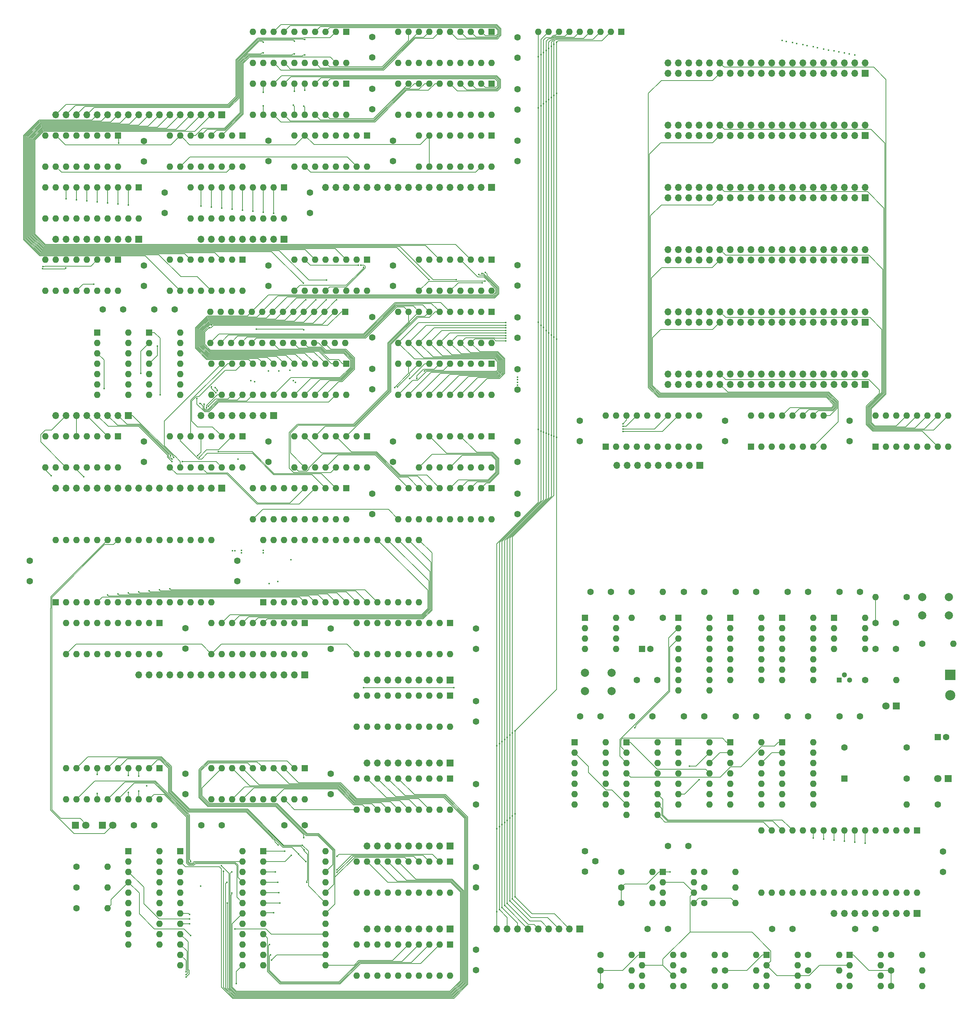
<source format=gbr>
G04 #@! TF.GenerationSoftware,KiCad,Pcbnew,(5.1.0-0)*
G04 #@! TF.CreationDate,2019-10-08T22:08:13-07:00*
G04 #@! TF.ProjectId,MainBoard,4d61696e-426f-4617-9264-2e6b69636164,rev?*
G04 #@! TF.SameCoordinates,Original*
G04 #@! TF.FileFunction,Copper,L6,Bot*
G04 #@! TF.FilePolarity,Positive*
%FSLAX46Y46*%
G04 Gerber Fmt 4.6, Leading zero omitted, Abs format (unit mm)*
G04 Created by KiCad (PCBNEW (5.1.0-0)) date 2019-10-08 22:08:13*
%MOMM*%
%LPD*%
G04 APERTURE LIST*
%ADD10C,2.500000*%
%ADD11R,2.500000X2.500000*%
%ADD12O,1.600000X1.600000*%
%ADD13R,1.600000X1.600000*%
%ADD14C,1.600000*%
%ADD15O,1.700000X1.700000*%
%ADD16R,1.700000X1.700000*%
%ADD17R,1.300000X1.300000*%
%ADD18C,1.300000*%
%ADD19C,2.000000*%
%ADD20C,1.620000*%
%ADD21C,1.800000*%
%ADD22R,1.800000X1.800000*%
%ADD23C,0.450000*%
%ADD24C,0.127000*%
G04 APERTURE END LIST*
D10*
X368808000Y-208200000D03*
D11*
X368808000Y-203200000D03*
D12*
X180340000Y-119380000D03*
X172720000Y-134620000D03*
X180340000Y-121920000D03*
X172720000Y-132080000D03*
X180340000Y-124460000D03*
X172720000Y-129540000D03*
X180340000Y-127000000D03*
X172720000Y-127000000D03*
X180340000Y-129540000D03*
X172720000Y-124460000D03*
X180340000Y-132080000D03*
X172720000Y-121920000D03*
X180340000Y-134620000D03*
D13*
X172720000Y-119380000D03*
D12*
X167640000Y-119380000D03*
X160020000Y-134620000D03*
X167640000Y-121920000D03*
X160020000Y-132080000D03*
X167640000Y-124460000D03*
X160020000Y-129540000D03*
X167640000Y-127000000D03*
X160020000Y-127000000D03*
X167640000Y-129540000D03*
X160020000Y-124460000D03*
X167640000Y-132080000D03*
X160020000Y-121920000D03*
X167640000Y-134620000D03*
D13*
X160020000Y-119380000D03*
D12*
X350520000Y-139700000D03*
X368300000Y-147320000D03*
X353060000Y-139700000D03*
X365760000Y-147320000D03*
X355600000Y-139700000D03*
X363220000Y-147320000D03*
X358140000Y-139700000D03*
X360680000Y-147320000D03*
X360680000Y-139700000D03*
X358140000Y-147320000D03*
X363220000Y-139700000D03*
X355600000Y-147320000D03*
X365760000Y-139700000D03*
X353060000Y-147320000D03*
X368300000Y-139700000D03*
D13*
X350520000Y-147320000D03*
D14*
X262890000Y-115650000D03*
X262890000Y-120650000D03*
X344170000Y-145970000D03*
X344170000Y-140970000D03*
D15*
X299720000Y-83820000D03*
X299720000Y-86360000D03*
X302260000Y-83820000D03*
X302260000Y-86360000D03*
X304800000Y-83820000D03*
X304800000Y-86360000D03*
X307340000Y-83820000D03*
X307340000Y-86360000D03*
X309880000Y-83820000D03*
X309880000Y-86360000D03*
X312420000Y-83820000D03*
X312420000Y-86360000D03*
X314960000Y-83820000D03*
X314960000Y-86360000D03*
X317500000Y-83820000D03*
X317500000Y-86360000D03*
X320040000Y-83820000D03*
X320040000Y-86360000D03*
X322580000Y-83820000D03*
X322580000Y-86360000D03*
X325120000Y-83820000D03*
X325120000Y-86360000D03*
X327660000Y-83820000D03*
X327660000Y-86360000D03*
X330200000Y-83820000D03*
X330200000Y-86360000D03*
X332740000Y-83820000D03*
X332740000Y-86360000D03*
X335280000Y-83820000D03*
X335280000Y-86360000D03*
X337820000Y-83820000D03*
X337820000Y-86360000D03*
X340360000Y-83820000D03*
X340360000Y-86360000D03*
X342900000Y-83820000D03*
X342900000Y-86360000D03*
X345440000Y-83820000D03*
X345440000Y-86360000D03*
X347980000Y-83820000D03*
D16*
X347980000Y-86360000D03*
D15*
X299720000Y-114300000D03*
X299720000Y-116840000D03*
X302260000Y-114300000D03*
X302260000Y-116840000D03*
X304800000Y-114300000D03*
X304800000Y-116840000D03*
X307340000Y-114300000D03*
X307340000Y-116840000D03*
X309880000Y-114300000D03*
X309880000Y-116840000D03*
X312420000Y-114300000D03*
X312420000Y-116840000D03*
X314960000Y-114300000D03*
X314960000Y-116840000D03*
X317500000Y-114300000D03*
X317500000Y-116840000D03*
X320040000Y-114300000D03*
X320040000Y-116840000D03*
X322580000Y-114300000D03*
X322580000Y-116840000D03*
X325120000Y-114300000D03*
X325120000Y-116840000D03*
X327660000Y-114300000D03*
X327660000Y-116840000D03*
X330200000Y-114300000D03*
X330200000Y-116840000D03*
X332740000Y-114300000D03*
X332740000Y-116840000D03*
X335280000Y-114300000D03*
X335280000Y-116840000D03*
X337820000Y-114300000D03*
X337820000Y-116840000D03*
X340360000Y-114300000D03*
X340360000Y-116840000D03*
X342900000Y-114300000D03*
X342900000Y-116840000D03*
X345440000Y-114300000D03*
X345440000Y-116840000D03*
X347980000Y-114300000D03*
D16*
X347980000Y-116840000D03*
D15*
X299720000Y-53340000D03*
X299720000Y-55880000D03*
X302260000Y-53340000D03*
X302260000Y-55880000D03*
X304800000Y-53340000D03*
X304800000Y-55880000D03*
X307340000Y-53340000D03*
X307340000Y-55880000D03*
X309880000Y-53340000D03*
X309880000Y-55880000D03*
X312420000Y-53340000D03*
X312420000Y-55880000D03*
X314960000Y-53340000D03*
X314960000Y-55880000D03*
X317500000Y-53340000D03*
X317500000Y-55880000D03*
X320040000Y-53340000D03*
X320040000Y-55880000D03*
X322580000Y-53340000D03*
X322580000Y-55880000D03*
X325120000Y-53340000D03*
X325120000Y-55880000D03*
X327660000Y-53340000D03*
X327660000Y-55880000D03*
X330200000Y-53340000D03*
X330200000Y-55880000D03*
X332740000Y-53340000D03*
X332740000Y-55880000D03*
X335280000Y-53340000D03*
X335280000Y-55880000D03*
X337820000Y-53340000D03*
X337820000Y-55880000D03*
X340360000Y-53340000D03*
X340360000Y-55880000D03*
X342900000Y-53340000D03*
X342900000Y-55880000D03*
X345440000Y-53340000D03*
X345440000Y-55880000D03*
X347980000Y-53340000D03*
D16*
X347980000Y-55880000D03*
D15*
X299720000Y-129540000D03*
X299720000Y-132080000D03*
X302260000Y-129540000D03*
X302260000Y-132080000D03*
X304800000Y-129540000D03*
X304800000Y-132080000D03*
X307340000Y-129540000D03*
X307340000Y-132080000D03*
X309880000Y-129540000D03*
X309880000Y-132080000D03*
X312420000Y-129540000D03*
X312420000Y-132080000D03*
X314960000Y-129540000D03*
X314960000Y-132080000D03*
X317500000Y-129540000D03*
X317500000Y-132080000D03*
X320040000Y-129540000D03*
X320040000Y-132080000D03*
X322580000Y-129540000D03*
X322580000Y-132080000D03*
X325120000Y-129540000D03*
X325120000Y-132080000D03*
X327660000Y-129540000D03*
X327660000Y-132080000D03*
X330200000Y-129540000D03*
X330200000Y-132080000D03*
X332740000Y-129540000D03*
X332740000Y-132080000D03*
X335280000Y-129540000D03*
X335280000Y-132080000D03*
X337820000Y-129540000D03*
X337820000Y-132080000D03*
X340360000Y-129540000D03*
X340360000Y-132080000D03*
X342900000Y-129540000D03*
X342900000Y-132080000D03*
X345440000Y-129540000D03*
X345440000Y-132080000D03*
X347980000Y-129540000D03*
D16*
X347980000Y-132080000D03*
D15*
X299720000Y-99060000D03*
X299720000Y-101600000D03*
X302260000Y-99060000D03*
X302260000Y-101600000D03*
X304800000Y-99060000D03*
X304800000Y-101600000D03*
X307340000Y-99060000D03*
X307340000Y-101600000D03*
X309880000Y-99060000D03*
X309880000Y-101600000D03*
X312420000Y-99060000D03*
X312420000Y-101600000D03*
X314960000Y-99060000D03*
X314960000Y-101600000D03*
X317500000Y-99060000D03*
X317500000Y-101600000D03*
X320040000Y-99060000D03*
X320040000Y-101600000D03*
X322580000Y-99060000D03*
X322580000Y-101600000D03*
X325120000Y-99060000D03*
X325120000Y-101600000D03*
X327660000Y-99060000D03*
X327660000Y-101600000D03*
X330200000Y-99060000D03*
X330200000Y-101600000D03*
X332740000Y-99060000D03*
X332740000Y-101600000D03*
X335280000Y-99060000D03*
X335280000Y-101600000D03*
X337820000Y-99060000D03*
X337820000Y-101600000D03*
X340360000Y-99060000D03*
X340360000Y-101600000D03*
X342900000Y-99060000D03*
X342900000Y-101600000D03*
X345440000Y-99060000D03*
X345440000Y-101600000D03*
X347980000Y-99060000D03*
D16*
X347980000Y-101600000D03*
D15*
X299720000Y-68580000D03*
X299720000Y-71120000D03*
X302260000Y-68580000D03*
X302260000Y-71120000D03*
X304800000Y-68580000D03*
X304800000Y-71120000D03*
X307340000Y-68580000D03*
X307340000Y-71120000D03*
X309880000Y-68580000D03*
X309880000Y-71120000D03*
X312420000Y-68580000D03*
X312420000Y-71120000D03*
X314960000Y-68580000D03*
X314960000Y-71120000D03*
X317500000Y-68580000D03*
X317500000Y-71120000D03*
X320040000Y-68580000D03*
X320040000Y-71120000D03*
X322580000Y-68580000D03*
X322580000Y-71120000D03*
X325120000Y-68580000D03*
X325120000Y-71120000D03*
X327660000Y-68580000D03*
X327660000Y-71120000D03*
X330200000Y-68580000D03*
X330200000Y-71120000D03*
X332740000Y-68580000D03*
X332740000Y-71120000D03*
X335280000Y-68580000D03*
X335280000Y-71120000D03*
X337820000Y-68580000D03*
X337820000Y-71120000D03*
X340360000Y-68580000D03*
X340360000Y-71120000D03*
X342900000Y-68580000D03*
X342900000Y-71120000D03*
X345440000Y-68580000D03*
X345440000Y-71120000D03*
X347980000Y-68580000D03*
D16*
X347980000Y-71120000D03*
D12*
X175260000Y-198115800D03*
X152400000Y-190495800D03*
X172720000Y-198115800D03*
X154940000Y-190495800D03*
X170180000Y-198115800D03*
X157480000Y-190495800D03*
X167640000Y-198115800D03*
X160020000Y-190495800D03*
X165100000Y-198115800D03*
X162560000Y-190495800D03*
X162560000Y-198115800D03*
X165100000Y-190495800D03*
X160020000Y-198115800D03*
X167640000Y-190495800D03*
X157480000Y-198115800D03*
X170180000Y-190495800D03*
X154940000Y-198115800D03*
X172720000Y-190495800D03*
X152400000Y-198115800D03*
D13*
X175260000Y-190495800D03*
D14*
X341710000Y-182880000D03*
X346710000Y-182880000D03*
X358140000Y-228600000D03*
X358140000Y-220980000D03*
X342900000Y-220980000D03*
D13*
X342900000Y-228600000D03*
D12*
X355600000Y-204470000D03*
D14*
X347980000Y-204470000D03*
D12*
X350520000Y-184150000D03*
D14*
X358140000Y-184150000D03*
D12*
X369570000Y-195580000D03*
D14*
X361950000Y-195580000D03*
X355520000Y-190500000D03*
X350520000Y-190500000D03*
X355520000Y-196850000D03*
X350520000Y-196850000D03*
D12*
X290830000Y-189230000D03*
D14*
X298450000Y-189230000D03*
D12*
X298450000Y-182880000D03*
D14*
X290830000Y-182880000D03*
X297100000Y-204470000D03*
X292100000Y-204470000D03*
X295370000Y-196850000D03*
D13*
X293370000Y-196850000D03*
D12*
X256540000Y-53340000D03*
X233680000Y-45720000D03*
X254000000Y-53340000D03*
X236220000Y-45720000D03*
X251460000Y-53340000D03*
X238760000Y-45720000D03*
X248920000Y-53340000D03*
X241300000Y-45720000D03*
X246380000Y-53340000D03*
X243840000Y-45720000D03*
X243840000Y-53340000D03*
X246380000Y-45720000D03*
X241300000Y-53340000D03*
X248920000Y-45720000D03*
X238760000Y-53340000D03*
X251460000Y-45720000D03*
X236220000Y-53340000D03*
X254000000Y-45720000D03*
X233680000Y-53340000D03*
D13*
X256540000Y-45720000D03*
D12*
X149860000Y-170180000D03*
X187960000Y-185420000D03*
X152400000Y-170180000D03*
X185420000Y-185420000D03*
X154940000Y-170180000D03*
X182880000Y-185420000D03*
X157480000Y-170180000D03*
X180340000Y-185420000D03*
X160020000Y-170180000D03*
X177800000Y-185420000D03*
X162560000Y-170180000D03*
X175260000Y-185420000D03*
X165100000Y-170180000D03*
X172720000Y-185420000D03*
X167640000Y-170180000D03*
X170180000Y-185420000D03*
X170180000Y-170180000D03*
X167640000Y-185420000D03*
X172720000Y-170180000D03*
X165100000Y-185420000D03*
X175260000Y-170180000D03*
X162560000Y-185420000D03*
X177800000Y-170180000D03*
X160020000Y-185420000D03*
X180340000Y-170180000D03*
X157480000Y-185420000D03*
X182880000Y-170180000D03*
X154940000Y-185420000D03*
X185420000Y-170180000D03*
X152400000Y-185420000D03*
X187960000Y-170180000D03*
D13*
X149860000Y-185420000D03*
D12*
X220980000Y-53340000D03*
X198120000Y-45720000D03*
X218440000Y-53340000D03*
X200660000Y-45720000D03*
X215900000Y-53340000D03*
X203200000Y-45720000D03*
X213360000Y-53340000D03*
X205740000Y-45720000D03*
X210820000Y-53340000D03*
X208280000Y-45720000D03*
X208280000Y-53340000D03*
X210820000Y-45720000D03*
X205740000Y-53340000D03*
X213360000Y-45720000D03*
X203200000Y-53340000D03*
X215900000Y-45720000D03*
X200660000Y-53340000D03*
X218440000Y-45720000D03*
X198120000Y-53340000D03*
D13*
X220980000Y-45720000D03*
D15*
X149860000Y-139700000D03*
X152400000Y-139700000D03*
X154940000Y-139700000D03*
X157480000Y-139700000D03*
X160020000Y-139700000D03*
X162560000Y-139700000D03*
X165100000Y-139700000D03*
D16*
X167640000Y-139700000D03*
D15*
X185420000Y-139700000D03*
X187960000Y-139700000D03*
X190500000Y-139700000D03*
X193040000Y-139700000D03*
X195580000Y-139700000D03*
X198120000Y-139700000D03*
X200660000Y-139700000D03*
D16*
X203200000Y-139700000D03*
D15*
X149860000Y-96520000D03*
X152400000Y-96520000D03*
X154940000Y-96520000D03*
X157480000Y-96520000D03*
X160020000Y-96520000D03*
X162560000Y-96520000D03*
X165100000Y-96520000D03*
X167640000Y-96520000D03*
D16*
X170180000Y-96520000D03*
D15*
X185420000Y-96520000D03*
X187960000Y-96520000D03*
X190500000Y-96520000D03*
X193040000Y-96520000D03*
X195580000Y-96520000D03*
X198120000Y-96520000D03*
X200660000Y-96520000D03*
X203200000Y-96520000D03*
D16*
X205740000Y-96520000D03*
D12*
X175260000Y-246380000D03*
X167640000Y-269240000D03*
X175260000Y-248920000D03*
X167640000Y-266700000D03*
X175260000Y-251460000D03*
X167640000Y-264160000D03*
X175260000Y-254000000D03*
X167640000Y-261620000D03*
X175260000Y-256540000D03*
X167640000Y-259080000D03*
X175260000Y-259080000D03*
X167640000Y-256540000D03*
X175260000Y-261620000D03*
X167640000Y-254000000D03*
X175260000Y-264160000D03*
X167640000Y-251460000D03*
X175260000Y-266700000D03*
X167640000Y-248920000D03*
X175260000Y-269240000D03*
D13*
X167640000Y-246380000D03*
D12*
X246380000Y-276860000D03*
X223520000Y-269240000D03*
X243840000Y-276860000D03*
X226060000Y-269240000D03*
X241300000Y-276860000D03*
X228600000Y-269240000D03*
X238760000Y-276860000D03*
X231140000Y-269240000D03*
X236220000Y-276860000D03*
X233680000Y-269240000D03*
X233680000Y-276860000D03*
X236220000Y-269240000D03*
X231140000Y-276860000D03*
X238760000Y-269240000D03*
X228600000Y-276860000D03*
X241300000Y-269240000D03*
X226060000Y-276860000D03*
X243840000Y-269240000D03*
X223520000Y-276860000D03*
D13*
X246380000Y-269240000D03*
D12*
X195580000Y-246380000D03*
X180340000Y-274320000D03*
X195580000Y-248920000D03*
X180340000Y-271780000D03*
X195580000Y-251460000D03*
X180340000Y-269240000D03*
X195580000Y-254000000D03*
X180340000Y-266700000D03*
X195580000Y-256540000D03*
X180340000Y-264160000D03*
X195580000Y-259080000D03*
X180340000Y-261620000D03*
X195580000Y-261620000D03*
X180340000Y-259080000D03*
X195580000Y-264160000D03*
X180340000Y-256540000D03*
X195580000Y-266700000D03*
X180340000Y-254000000D03*
X195580000Y-269240000D03*
X180340000Y-251460000D03*
X195580000Y-271780000D03*
X180340000Y-248920000D03*
X195580000Y-274320000D03*
D13*
X180340000Y-246380000D03*
D12*
X215900000Y-246380000D03*
X200660000Y-274320000D03*
X215900000Y-248920000D03*
X200660000Y-271780000D03*
X215900000Y-251460000D03*
X200660000Y-269240000D03*
X215900000Y-254000000D03*
X200660000Y-266700000D03*
X215900000Y-256540000D03*
X200660000Y-264160000D03*
X215900000Y-259080000D03*
X200660000Y-261620000D03*
X215900000Y-261620000D03*
X200660000Y-259080000D03*
X215900000Y-264160000D03*
X200660000Y-256540000D03*
X215900000Y-266700000D03*
X200660000Y-254000000D03*
X215900000Y-269240000D03*
X200660000Y-251460000D03*
X215900000Y-271780000D03*
X200660000Y-248920000D03*
X215900000Y-274320000D03*
D13*
X200660000Y-246380000D03*
D12*
X246380000Y-256540000D03*
X223520000Y-248920000D03*
X243840000Y-256540000D03*
X226060000Y-248920000D03*
X241300000Y-256540000D03*
X228600000Y-248920000D03*
X238760000Y-256540000D03*
X231140000Y-248920000D03*
X236220000Y-256540000D03*
X233680000Y-248920000D03*
X233680000Y-256540000D03*
X236220000Y-248920000D03*
X231140000Y-256540000D03*
X238760000Y-248920000D03*
X228600000Y-256540000D03*
X241300000Y-248920000D03*
X226060000Y-256540000D03*
X243840000Y-248920000D03*
X223520000Y-256540000D03*
D13*
X246380000Y-248920000D03*
D12*
X210820000Y-233680000D03*
X187960000Y-226060000D03*
X208280000Y-233680000D03*
X190500000Y-226060000D03*
X205740000Y-233680000D03*
X193040000Y-226060000D03*
X203200000Y-233680000D03*
X195580000Y-226060000D03*
X200660000Y-233680000D03*
X198120000Y-226060000D03*
X198120000Y-233680000D03*
X200660000Y-226060000D03*
X195580000Y-233680000D03*
X203200000Y-226060000D03*
X193040000Y-233680000D03*
X205740000Y-226060000D03*
X190500000Y-233680000D03*
X208280000Y-226060000D03*
X187960000Y-233680000D03*
D13*
X210820000Y-226060000D03*
D12*
X246380000Y-236220000D03*
X223520000Y-228600000D03*
X243840000Y-236220000D03*
X226060000Y-228600000D03*
X241300000Y-236220000D03*
X228600000Y-228600000D03*
X238760000Y-236220000D03*
X231140000Y-228600000D03*
X236220000Y-236220000D03*
X233680000Y-228600000D03*
X233680000Y-236220000D03*
X236220000Y-228600000D03*
X231140000Y-236220000D03*
X238760000Y-228600000D03*
X228600000Y-236220000D03*
X241300000Y-228600000D03*
X226060000Y-236220000D03*
X243840000Y-228600000D03*
X223520000Y-236220000D03*
D13*
X246380000Y-228600000D03*
D12*
X175260000Y-233680000D03*
X152400000Y-226060000D03*
X172720000Y-233680000D03*
X154940000Y-226060000D03*
X170180000Y-233680000D03*
X157480000Y-226060000D03*
X167640000Y-233680000D03*
X160020000Y-226060000D03*
X165100000Y-233680000D03*
X162560000Y-226060000D03*
X162560000Y-233680000D03*
X165100000Y-226060000D03*
X160020000Y-233680000D03*
X167640000Y-226060000D03*
X157480000Y-233680000D03*
X170180000Y-226060000D03*
X154940000Y-233680000D03*
X172720000Y-226060000D03*
X152400000Y-233680000D03*
D13*
X175260000Y-226060000D03*
D12*
X309880000Y-189230000D03*
X302260000Y-207010000D03*
X309880000Y-191770000D03*
X302260000Y-204470000D03*
X309880000Y-194310000D03*
X302260000Y-201930000D03*
X309880000Y-196850000D03*
X302260000Y-199390000D03*
X309880000Y-199390000D03*
X302260000Y-196850000D03*
X309880000Y-201930000D03*
X302260000Y-194310000D03*
X309880000Y-204470000D03*
X302260000Y-191770000D03*
X309880000Y-207010000D03*
D13*
X302260000Y-189230000D03*
D12*
X322580000Y-189230000D03*
X314960000Y-204470000D03*
X322580000Y-191770000D03*
X314960000Y-201930000D03*
X322580000Y-194310000D03*
X314960000Y-199390000D03*
X322580000Y-196850000D03*
X314960000Y-196850000D03*
X322580000Y-199390000D03*
X314960000Y-194310000D03*
X322580000Y-201930000D03*
X314960000Y-191770000D03*
X322580000Y-204470000D03*
D13*
X314960000Y-189230000D03*
D12*
X335280000Y-189230000D03*
X327660000Y-204470000D03*
X335280000Y-191770000D03*
X327660000Y-201930000D03*
X335280000Y-194310000D03*
X327660000Y-199390000D03*
X335280000Y-196850000D03*
X327660000Y-196850000D03*
X335280000Y-199390000D03*
X327660000Y-194310000D03*
X335280000Y-201930000D03*
X327660000Y-191770000D03*
X335280000Y-204470000D03*
D13*
X327660000Y-189230000D03*
D17*
X341630000Y-204470000D03*
D18*
X344170000Y-204470000D03*
X342900000Y-203200000D03*
D12*
X347980000Y-189230000D03*
X340360000Y-196850000D03*
X347980000Y-191770000D03*
X340360000Y-194310000D03*
X347980000Y-194310000D03*
X340360000Y-191770000D03*
X347980000Y-196850000D03*
D13*
X340360000Y-189230000D03*
D12*
X309880000Y-219710000D03*
X302260000Y-234950000D03*
X309880000Y-222250000D03*
X302260000Y-232410000D03*
X309880000Y-224790000D03*
X302260000Y-229870000D03*
X309880000Y-227330000D03*
X302260000Y-227330000D03*
X309880000Y-229870000D03*
X302260000Y-224790000D03*
X309880000Y-232410000D03*
X302260000Y-222250000D03*
X309880000Y-234950000D03*
D13*
X302260000Y-219710000D03*
D12*
X322580000Y-219710000D03*
X314960000Y-234950000D03*
X322580000Y-222250000D03*
X314960000Y-232410000D03*
X322580000Y-224790000D03*
X314960000Y-229870000D03*
X322580000Y-227330000D03*
X314960000Y-227330000D03*
X322580000Y-229870000D03*
X314960000Y-224790000D03*
X322580000Y-232410000D03*
X314960000Y-222250000D03*
X322580000Y-234950000D03*
D13*
X314960000Y-219710000D03*
D12*
X297180000Y-219710000D03*
X289560000Y-237490000D03*
X297180000Y-222250000D03*
X289560000Y-234950000D03*
X297180000Y-224790000D03*
X289560000Y-232410000D03*
X297180000Y-227330000D03*
X289560000Y-229870000D03*
X297180000Y-229870000D03*
X289560000Y-227330000D03*
X297180000Y-232410000D03*
X289560000Y-224790000D03*
X297180000Y-234950000D03*
X289560000Y-222250000D03*
X297180000Y-237490000D03*
D13*
X289560000Y-219710000D03*
D12*
X335280000Y-219710000D03*
X327660000Y-234950000D03*
X335280000Y-222250000D03*
X327660000Y-232410000D03*
X335280000Y-224790000D03*
X327660000Y-229870000D03*
X335280000Y-227330000D03*
X327660000Y-227330000D03*
X335280000Y-229870000D03*
X327660000Y-224790000D03*
X335280000Y-232410000D03*
X327660000Y-222250000D03*
X335280000Y-234950000D03*
D13*
X327660000Y-219710000D03*
D12*
X287020000Y-189230000D03*
X279400000Y-196850000D03*
X287020000Y-191770000D03*
X279400000Y-194310000D03*
X287020000Y-194310000D03*
X279400000Y-191770000D03*
X287020000Y-196850000D03*
D13*
X279400000Y-189230000D03*
D12*
X284480000Y-219710000D03*
X276860000Y-234950000D03*
X284480000Y-222250000D03*
X276860000Y-232410000D03*
X284480000Y-224790000D03*
X276860000Y-229870000D03*
X284480000Y-227330000D03*
X276860000Y-227330000D03*
X284480000Y-229870000D03*
X276860000Y-224790000D03*
X284480000Y-232410000D03*
X276860000Y-222250000D03*
X284480000Y-234950000D03*
D13*
X276860000Y-219710000D03*
D12*
X351790000Y-271780000D03*
X344170000Y-279400000D03*
X351790000Y-274320000D03*
X344170000Y-276860000D03*
X351790000Y-276860000D03*
X344170000Y-274320000D03*
X351790000Y-279400000D03*
D13*
X344170000Y-271780000D03*
D12*
X331470000Y-271780000D03*
X323850000Y-279400000D03*
X331470000Y-274320000D03*
X323850000Y-276860000D03*
X331470000Y-276860000D03*
X323850000Y-274320000D03*
X331470000Y-279400000D03*
D13*
X323850000Y-271780000D03*
D12*
X360676200Y-256538200D03*
X322576200Y-241298200D03*
X358136200Y-256538200D03*
X325116200Y-241298200D03*
X355596200Y-256538200D03*
X327656200Y-241298200D03*
X353056200Y-256538200D03*
X330196200Y-241298200D03*
X350516200Y-256538200D03*
X332736200Y-241298200D03*
X347976200Y-256538200D03*
X335276200Y-241298200D03*
X345436200Y-256538200D03*
X337816200Y-241298200D03*
X342896200Y-256538200D03*
X340356200Y-241298200D03*
X340356200Y-256538200D03*
X342896200Y-241298200D03*
X337816200Y-256538200D03*
X345436200Y-241298200D03*
X335276200Y-256538200D03*
X347976200Y-241298200D03*
X332736200Y-256538200D03*
X350516200Y-241298200D03*
X330196200Y-256538200D03*
X353056200Y-241298200D03*
X327656200Y-256538200D03*
X355596200Y-241298200D03*
X325116200Y-256538200D03*
X358136200Y-241298200D03*
X322576200Y-256538200D03*
D13*
X360676200Y-241298200D03*
D12*
X300990000Y-271780000D03*
X293370000Y-279400000D03*
X300990000Y-274320000D03*
X293370000Y-276860000D03*
X300990000Y-276860000D03*
X293370000Y-274320000D03*
X300990000Y-279400000D03*
D13*
X293370000Y-271780000D03*
D12*
X306070000Y-251460000D03*
X298450000Y-259080000D03*
X306070000Y-254000000D03*
X298450000Y-256540000D03*
X306070000Y-256540000D03*
X298450000Y-254000000D03*
X306070000Y-259080000D03*
D13*
X298450000Y-251460000D03*
D12*
X246380000Y-215900000D03*
X223520000Y-208280000D03*
X243840000Y-215900000D03*
X226060000Y-208280000D03*
X241300000Y-215900000D03*
X228600000Y-208280000D03*
X238760000Y-215900000D03*
X231140000Y-208280000D03*
X236220000Y-215900000D03*
X233680000Y-208280000D03*
X233680000Y-215900000D03*
X236220000Y-208280000D03*
X231140000Y-215900000D03*
X238760000Y-208280000D03*
X228600000Y-215900000D03*
X241300000Y-208280000D03*
X226060000Y-215900000D03*
X243840000Y-208280000D03*
X223520000Y-215900000D03*
D13*
X246380000Y-208280000D03*
D12*
X246389000Y-198115800D03*
X223529000Y-190495800D03*
X243849000Y-198115800D03*
X226069000Y-190495800D03*
X241309000Y-198115800D03*
X228609000Y-190495800D03*
X238769000Y-198115800D03*
X231149000Y-190495800D03*
X236229000Y-198115800D03*
X233689000Y-190495800D03*
X233689000Y-198115800D03*
X236229000Y-190495800D03*
X231149000Y-198115800D03*
X238769000Y-190495800D03*
X228609000Y-198115800D03*
X241309000Y-190495800D03*
X226069000Y-198115800D03*
X243849000Y-190495800D03*
X223529000Y-198115800D03*
D13*
X246389000Y-190495800D03*
D12*
X210829000Y-198115800D03*
X187969000Y-190495800D03*
X208289000Y-198115800D03*
X190509000Y-190495800D03*
X205749000Y-198115800D03*
X193049000Y-190495800D03*
X203209000Y-198115800D03*
X195589000Y-190495800D03*
X200669000Y-198115800D03*
X198129000Y-190495800D03*
X198129000Y-198115800D03*
X200669000Y-190495800D03*
X195589000Y-198115800D03*
X203209000Y-190495800D03*
X193049000Y-198115800D03*
X205749000Y-190495800D03*
X190509000Y-198115800D03*
X208289000Y-190495800D03*
X187969000Y-198115800D03*
D13*
X210829000Y-190495800D03*
D12*
X200660000Y-170180000D03*
X238760000Y-185420000D03*
X203200000Y-170180000D03*
X236220000Y-185420000D03*
X205740000Y-170180000D03*
X233680000Y-185420000D03*
X208280000Y-170180000D03*
X231140000Y-185420000D03*
X210820000Y-170180000D03*
X228600000Y-185420000D03*
X213360000Y-170180000D03*
X226060000Y-185420000D03*
X215900000Y-170180000D03*
X223520000Y-185420000D03*
X218440000Y-170180000D03*
X220980000Y-185420000D03*
X220980000Y-170180000D03*
X218440000Y-185420000D03*
X223520000Y-170180000D03*
X215900000Y-185420000D03*
X226060000Y-170180000D03*
X213360000Y-185420000D03*
X228600000Y-170180000D03*
X210820000Y-185420000D03*
X231140000Y-170180000D03*
X208280000Y-185420000D03*
X233680000Y-170180000D03*
X205740000Y-185420000D03*
X236220000Y-170180000D03*
X203200000Y-185420000D03*
X238760000Y-170180000D03*
D13*
X200660000Y-185420000D03*
D12*
X220980000Y-165100000D03*
X198120000Y-157480000D03*
X218440000Y-165100000D03*
X200660000Y-157480000D03*
X215900000Y-165100000D03*
X203200000Y-157480000D03*
X213360000Y-165100000D03*
X205740000Y-157480000D03*
X210820000Y-165100000D03*
X208280000Y-157480000D03*
X208280000Y-165100000D03*
X210820000Y-157480000D03*
X205740000Y-165100000D03*
X213360000Y-157480000D03*
X203200000Y-165100000D03*
X215900000Y-157480000D03*
X200660000Y-165100000D03*
X218440000Y-157480000D03*
X198120000Y-165100000D03*
D13*
X220980000Y-157480000D03*
D12*
X165100000Y-152400000D03*
X147320000Y-144780000D03*
X162560000Y-152400000D03*
X149860000Y-144780000D03*
X160020000Y-152400000D03*
X152400000Y-144780000D03*
X157480000Y-152400000D03*
X154940000Y-144780000D03*
X154940000Y-152400000D03*
X157480000Y-144780000D03*
X152400000Y-152400000D03*
X160020000Y-144780000D03*
X149860000Y-152400000D03*
X162560000Y-144780000D03*
X147320000Y-152400000D03*
D13*
X165100000Y-144780000D03*
D12*
X195580000Y-152400000D03*
X177800000Y-144780000D03*
X193040000Y-152400000D03*
X180340000Y-144780000D03*
X190500000Y-152400000D03*
X182880000Y-144780000D03*
X187960000Y-152400000D03*
X185420000Y-144780000D03*
X185420000Y-152400000D03*
X187960000Y-144780000D03*
X182880000Y-152400000D03*
X190500000Y-144780000D03*
X180340000Y-152400000D03*
X193040000Y-144780000D03*
X177800000Y-152400000D03*
D13*
X195580000Y-144780000D03*
D12*
X256540000Y-165100000D03*
X233680000Y-157480000D03*
X254000000Y-165100000D03*
X236220000Y-157480000D03*
X251460000Y-165100000D03*
X238760000Y-157480000D03*
X248920000Y-165100000D03*
X241300000Y-157480000D03*
X246380000Y-165100000D03*
X243840000Y-157480000D03*
X243840000Y-165100000D03*
X246380000Y-157480000D03*
X241300000Y-165100000D03*
X248920000Y-157480000D03*
X238760000Y-165100000D03*
X251460000Y-157480000D03*
X236220000Y-165100000D03*
X254000000Y-157480000D03*
X233680000Y-165100000D03*
D13*
X256540000Y-157480000D03*
D12*
X226060000Y-152400000D03*
X208280000Y-144780000D03*
X223520000Y-152400000D03*
X210820000Y-144780000D03*
X220980000Y-152400000D03*
X213360000Y-144780000D03*
X218440000Y-152400000D03*
X215900000Y-144780000D03*
X215900000Y-152400000D03*
X218440000Y-144780000D03*
X213360000Y-152400000D03*
X220980000Y-144780000D03*
X210820000Y-152400000D03*
X223520000Y-144780000D03*
X208280000Y-152400000D03*
D13*
X226060000Y-144780000D03*
D12*
X256540000Y-152400000D03*
X238760000Y-144780000D03*
X254000000Y-152400000D03*
X241300000Y-144780000D03*
X251460000Y-152400000D03*
X243840000Y-144780000D03*
X248920000Y-152400000D03*
X246380000Y-144780000D03*
X246380000Y-152400000D03*
X248920000Y-144780000D03*
X243840000Y-152400000D03*
X251460000Y-144780000D03*
X241300000Y-152400000D03*
X254000000Y-144780000D03*
X238760000Y-152400000D03*
D13*
X256540000Y-144780000D03*
D12*
X256540000Y-121920000D03*
X233680000Y-114300000D03*
X254000000Y-121920000D03*
X236220000Y-114300000D03*
X251460000Y-121920000D03*
X238760000Y-114300000D03*
X248920000Y-121920000D03*
X241300000Y-114300000D03*
X246380000Y-121920000D03*
X243840000Y-114300000D03*
X243840000Y-121920000D03*
X246380000Y-114300000D03*
X241300000Y-121920000D03*
X248920000Y-114300000D03*
X238760000Y-121920000D03*
X251460000Y-114300000D03*
X236220000Y-121920000D03*
X254000000Y-114300000D03*
X233680000Y-121920000D03*
D13*
X256540000Y-114300000D03*
D12*
X256540000Y-134620000D03*
X233680000Y-127000000D03*
X254000000Y-134620000D03*
X236220000Y-127000000D03*
X251460000Y-134620000D03*
X238760000Y-127000000D03*
X248920000Y-134620000D03*
X241300000Y-127000000D03*
X246380000Y-134620000D03*
X243840000Y-127000000D03*
X243840000Y-134620000D03*
X246380000Y-127000000D03*
X241300000Y-134620000D03*
X248920000Y-127000000D03*
X238760000Y-134620000D03*
X251460000Y-127000000D03*
X236220000Y-134620000D03*
X254000000Y-127000000D03*
X233680000Y-134620000D03*
D13*
X256540000Y-127000000D03*
D12*
X220675800Y-121920000D03*
X187655800Y-114300000D03*
X218135800Y-121920000D03*
X190195800Y-114300000D03*
X215595800Y-121920000D03*
X192735800Y-114300000D03*
X213055800Y-121920000D03*
X195275800Y-114300000D03*
X210515800Y-121920000D03*
X197815800Y-114300000D03*
X207975800Y-121920000D03*
X200355800Y-114300000D03*
X205435800Y-121920000D03*
X202895800Y-114300000D03*
X202895800Y-121920000D03*
X205435800Y-114300000D03*
X200355800Y-121920000D03*
X207975800Y-114300000D03*
X197815800Y-121920000D03*
X210515800Y-114300000D03*
X195275800Y-121920000D03*
X213055800Y-114300000D03*
X192735800Y-121920000D03*
X215595800Y-114300000D03*
X190195800Y-121920000D03*
X218135800Y-114300000D03*
X187655800Y-121920000D03*
D13*
X220675800Y-114300000D03*
D12*
X220980000Y-134620000D03*
X187960000Y-127000000D03*
X218440000Y-134620000D03*
X190500000Y-127000000D03*
X215900000Y-134620000D03*
X193040000Y-127000000D03*
X213360000Y-134620000D03*
X195580000Y-127000000D03*
X210820000Y-134620000D03*
X198120000Y-127000000D03*
X208280000Y-134620000D03*
X200660000Y-127000000D03*
X205740000Y-134620000D03*
X203200000Y-127000000D03*
X203200000Y-134620000D03*
X205740000Y-127000000D03*
X200660000Y-134620000D03*
X208280000Y-127000000D03*
X198120000Y-134620000D03*
X210820000Y-127000000D03*
X195580000Y-134620000D03*
X213360000Y-127000000D03*
X193040000Y-134620000D03*
X215900000Y-127000000D03*
X190500000Y-134620000D03*
X218440000Y-127000000D03*
X187960000Y-134620000D03*
D13*
X220980000Y-127000000D03*
D12*
X165122000Y-109175200D03*
X147342000Y-101555200D03*
X162582000Y-109175200D03*
X149882000Y-101555200D03*
X160042000Y-109175200D03*
X152422000Y-101555200D03*
X157502000Y-109175200D03*
X154962000Y-101555200D03*
X154962000Y-109175200D03*
X157502000Y-101555200D03*
X152422000Y-109175200D03*
X160042000Y-101555200D03*
X149882000Y-109175200D03*
X162582000Y-101555200D03*
X147342000Y-109175200D03*
D13*
X165122000Y-101555200D03*
D12*
X195602000Y-109175200D03*
X177822000Y-101555200D03*
X193062000Y-109175200D03*
X180362000Y-101555200D03*
X190522000Y-109175200D03*
X182902000Y-101555200D03*
X187982000Y-109175200D03*
X185442000Y-101555200D03*
X185442000Y-109175200D03*
X187982000Y-101555200D03*
X182902000Y-109175200D03*
X190522000Y-101555200D03*
X180362000Y-109175200D03*
X193062000Y-101555200D03*
X177822000Y-109175200D03*
D13*
X195602000Y-101555200D03*
D12*
X226082000Y-109175200D03*
X208302000Y-101555200D03*
X223542000Y-109175200D03*
X210842000Y-101555200D03*
X221002000Y-109175200D03*
X213382000Y-101555200D03*
X218462000Y-109175200D03*
X215922000Y-101555200D03*
X215922000Y-109175200D03*
X218462000Y-101555200D03*
X213382000Y-109175200D03*
X221002000Y-101555200D03*
X210842000Y-109175200D03*
X223542000Y-101555200D03*
X208302000Y-109175200D03*
D13*
X226082000Y-101555200D03*
D12*
X256562000Y-109175200D03*
X238782000Y-101555200D03*
X254022000Y-109175200D03*
X241322000Y-101555200D03*
X251482000Y-109175200D03*
X243862000Y-101555200D03*
X248942000Y-109175200D03*
X246402000Y-101555200D03*
X246402000Y-109175200D03*
X248942000Y-101555200D03*
X243862000Y-109175200D03*
X251482000Y-101555200D03*
X241322000Y-109175200D03*
X254022000Y-101555200D03*
X238782000Y-109175200D03*
D13*
X256562000Y-101555200D03*
D12*
X170174000Y-91446000D03*
X147314000Y-83826000D03*
X167634000Y-91446000D03*
X149854000Y-83826000D03*
X165094000Y-91446000D03*
X152394000Y-83826000D03*
X162554000Y-91446000D03*
X154934000Y-83826000D03*
X160014000Y-91446000D03*
X157474000Y-83826000D03*
X157474000Y-91446000D03*
X160014000Y-83826000D03*
X154934000Y-91446000D03*
X162554000Y-83826000D03*
X152394000Y-91446000D03*
X165094000Y-83826000D03*
X149854000Y-91446000D03*
X167634000Y-83826000D03*
X147314000Y-91446000D03*
D13*
X170174000Y-83826000D03*
D12*
X205734000Y-91446000D03*
X182874000Y-83826000D03*
X203194000Y-91446000D03*
X185414000Y-83826000D03*
X200654000Y-91446000D03*
X187954000Y-83826000D03*
X198114000Y-91446000D03*
X190494000Y-83826000D03*
X195574000Y-91446000D03*
X193034000Y-83826000D03*
X193034000Y-91446000D03*
X195574000Y-83826000D03*
X190494000Y-91446000D03*
X198114000Y-83826000D03*
X187954000Y-91446000D03*
X200654000Y-83826000D03*
X185414000Y-91446000D03*
X203194000Y-83826000D03*
X182874000Y-91446000D03*
D13*
X205734000Y-83826000D03*
D12*
X165100000Y-78740000D03*
X147320000Y-71120000D03*
X162560000Y-78740000D03*
X149860000Y-71120000D03*
X160020000Y-78740000D03*
X152400000Y-71120000D03*
X157480000Y-78740000D03*
X154940000Y-71120000D03*
X154940000Y-78740000D03*
X157480000Y-71120000D03*
X152400000Y-78740000D03*
X160020000Y-71120000D03*
X149860000Y-78740000D03*
X162560000Y-71120000D03*
X147320000Y-78740000D03*
D13*
X165100000Y-71120000D03*
D12*
X195580000Y-78740000D03*
X177800000Y-71120000D03*
X193040000Y-78740000D03*
X180340000Y-71120000D03*
X190500000Y-78740000D03*
X182880000Y-71120000D03*
X187960000Y-78740000D03*
X185420000Y-71120000D03*
X185420000Y-78740000D03*
X187960000Y-71120000D03*
X182880000Y-78740000D03*
X190500000Y-71120000D03*
X180340000Y-78740000D03*
X193040000Y-71120000D03*
X177800000Y-78740000D03*
D13*
X195580000Y-71120000D03*
D12*
X226060000Y-78740000D03*
X208280000Y-71120000D03*
X223520000Y-78740000D03*
X210820000Y-71120000D03*
X220980000Y-78740000D03*
X213360000Y-71120000D03*
X218440000Y-78740000D03*
X215900000Y-71120000D03*
X215900000Y-78740000D03*
X218440000Y-71120000D03*
X213360000Y-78740000D03*
X220980000Y-71120000D03*
X210820000Y-78740000D03*
X223520000Y-71120000D03*
X208280000Y-78740000D03*
D13*
X226060000Y-71120000D03*
D12*
X256540000Y-78740000D03*
X238760000Y-71120000D03*
X254000000Y-78740000D03*
X241300000Y-71120000D03*
X251460000Y-78740000D03*
X243840000Y-71120000D03*
X248920000Y-78740000D03*
X246380000Y-71120000D03*
X246380000Y-78740000D03*
X248920000Y-71120000D03*
X243840000Y-78740000D03*
X251460000Y-71120000D03*
X241300000Y-78740000D03*
X254000000Y-71120000D03*
X238760000Y-78740000D03*
D13*
X256540000Y-71120000D03*
D12*
X256540000Y-66040000D03*
X233680000Y-58420000D03*
X254000000Y-66040000D03*
X236220000Y-58420000D03*
X251460000Y-66040000D03*
X238760000Y-58420000D03*
X248920000Y-66040000D03*
X241300000Y-58420000D03*
X246380000Y-66040000D03*
X243840000Y-58420000D03*
X243840000Y-66040000D03*
X246380000Y-58420000D03*
X241300000Y-66040000D03*
X248920000Y-58420000D03*
X238760000Y-66040000D03*
X251460000Y-58420000D03*
X236220000Y-66040000D03*
X254000000Y-58420000D03*
X233680000Y-66040000D03*
D13*
X256540000Y-58420000D03*
D12*
X220980000Y-66040000D03*
X198120000Y-58420000D03*
X218440000Y-66040000D03*
X200660000Y-58420000D03*
X215900000Y-66040000D03*
X203200000Y-58420000D03*
X213360000Y-66040000D03*
X205740000Y-58420000D03*
X210820000Y-66040000D03*
X208280000Y-58420000D03*
X208280000Y-66040000D03*
X210820000Y-58420000D03*
X205740000Y-66040000D03*
X213360000Y-58420000D03*
X203200000Y-66040000D03*
X215900000Y-58420000D03*
X200660000Y-66040000D03*
X218440000Y-58420000D03*
X198120000Y-66040000D03*
D13*
X220980000Y-58420000D03*
D12*
X320040000Y-139700000D03*
X337820000Y-147320000D03*
X322580000Y-139700000D03*
X335280000Y-147320000D03*
X325120000Y-139700000D03*
X332740000Y-147320000D03*
X327660000Y-139700000D03*
X330200000Y-147320000D03*
X330200000Y-139700000D03*
X327660000Y-147320000D03*
X332740000Y-139700000D03*
X325120000Y-147320000D03*
X335280000Y-139700000D03*
X322580000Y-147320000D03*
X337820000Y-139700000D03*
D13*
X320040000Y-147320000D03*
D12*
X284480000Y-139700000D03*
X307340000Y-147320000D03*
X287020000Y-139700000D03*
X304800000Y-147320000D03*
X289560000Y-139700000D03*
X302260000Y-147320000D03*
X292100000Y-139700000D03*
X299720000Y-147320000D03*
X294640000Y-139700000D03*
X297180000Y-147320000D03*
X297180000Y-139700000D03*
X294640000Y-147320000D03*
X299720000Y-139700000D03*
X292100000Y-147320000D03*
X302260000Y-139700000D03*
X289560000Y-147320000D03*
X304800000Y-139700000D03*
X287020000Y-147320000D03*
X307340000Y-139700000D03*
D13*
X284480000Y-147320000D03*
D19*
X368450000Y-184150000D03*
X368450000Y-188650000D03*
X361950000Y-184150000D03*
X361950000Y-188650000D03*
X285900000Y-202692000D03*
X285900000Y-207192000D03*
X279400000Y-202692000D03*
X279400000Y-207192000D03*
D20*
X279400000Y-246380000D03*
X281900000Y-248880000D03*
X279400000Y-251380000D03*
D12*
X267970000Y-45720000D03*
X270510000Y-45720000D03*
X273050000Y-45720000D03*
X275590000Y-45720000D03*
X278130000Y-45720000D03*
X280670000Y-45720000D03*
X283210000Y-45720000D03*
X285750000Y-45720000D03*
D13*
X288290000Y-45720000D03*
D12*
X162560000Y-260350000D03*
D14*
X154940000Y-260350000D03*
D12*
X162560000Y-255270000D03*
D14*
X154940000Y-255270000D03*
D12*
X162560000Y-250190000D03*
D14*
X154940000Y-250190000D03*
D12*
X358140000Y-234950000D03*
D14*
X365760000Y-234950000D03*
D12*
X361950000Y-279400000D03*
D14*
X354330000Y-279400000D03*
D12*
X361950000Y-275590000D03*
D14*
X354330000Y-275590000D03*
D12*
X361950000Y-271780000D03*
D14*
X354330000Y-271780000D03*
D12*
X341630000Y-279400000D03*
D14*
X334010000Y-279400000D03*
D12*
X341630000Y-275590000D03*
D14*
X334010000Y-275590000D03*
D12*
X341630000Y-271780000D03*
D14*
X334010000Y-271780000D03*
D12*
X321310000Y-279400000D03*
D14*
X313690000Y-279400000D03*
D12*
X321310000Y-275590000D03*
D14*
X313690000Y-275590000D03*
D12*
X321310000Y-271780000D03*
D14*
X313690000Y-271780000D03*
D12*
X311150000Y-279400000D03*
D14*
X303530000Y-279400000D03*
D12*
X311150000Y-275590000D03*
D14*
X303530000Y-275590000D03*
D12*
X311150000Y-271780000D03*
D14*
X303530000Y-271780000D03*
D12*
X290830000Y-279400000D03*
D14*
X283210000Y-279400000D03*
D12*
X290830000Y-275590000D03*
D14*
X283210000Y-275590000D03*
D12*
X290830000Y-271780000D03*
D14*
X283210000Y-271780000D03*
D12*
X316230000Y-259080000D03*
D14*
X308610000Y-259080000D03*
D12*
X316230000Y-255270000D03*
D14*
X308610000Y-255270000D03*
D12*
X316230000Y-251460000D03*
D14*
X308610000Y-251460000D03*
D12*
X295910000Y-259080000D03*
D14*
X288290000Y-259080000D03*
D12*
X295910000Y-255270000D03*
D14*
X288290000Y-255270000D03*
D12*
X295910000Y-251460000D03*
D14*
X288290000Y-251460000D03*
D15*
X257810000Y-265430000D03*
X260350000Y-265430000D03*
X262890000Y-265430000D03*
X265430000Y-265430000D03*
X267970000Y-265430000D03*
X270510000Y-265430000D03*
X273050000Y-265430000D03*
X275590000Y-265430000D03*
D16*
X278130000Y-265430000D03*
D15*
X149860000Y-66040000D03*
X152400000Y-66040000D03*
X154940000Y-66040000D03*
X157480000Y-66040000D03*
X160020000Y-66040000D03*
X162560000Y-66040000D03*
X165100000Y-66040000D03*
X167640000Y-66040000D03*
X170180000Y-66040000D03*
X172720000Y-66040000D03*
X175260000Y-66040000D03*
X177800000Y-66040000D03*
X180340000Y-66040000D03*
X182880000Y-66040000D03*
X185420000Y-66040000D03*
X187960000Y-66040000D03*
D16*
X190500000Y-66040000D03*
D15*
X226060000Y-265430000D03*
X228600000Y-265430000D03*
X231140000Y-265430000D03*
X233680000Y-265430000D03*
X236220000Y-265430000D03*
X238760000Y-265430000D03*
X241300000Y-265430000D03*
X243840000Y-265430000D03*
D16*
X246380000Y-265430000D03*
D15*
X226060000Y-245110000D03*
X228600000Y-245110000D03*
X231140000Y-245110000D03*
X233680000Y-245110000D03*
X236220000Y-245110000D03*
X238760000Y-245110000D03*
X241300000Y-245110000D03*
X243840000Y-245110000D03*
D16*
X246380000Y-245110000D03*
D15*
X226060000Y-224790000D03*
X228600000Y-224790000D03*
X231140000Y-224790000D03*
X233680000Y-224790000D03*
X236220000Y-224790000D03*
X238760000Y-224790000D03*
X241300000Y-224790000D03*
X243840000Y-224790000D03*
D16*
X246380000Y-224790000D03*
D15*
X340360000Y-261620000D03*
X342900000Y-261620000D03*
X345440000Y-261620000D03*
X347980000Y-261620000D03*
X350520000Y-261620000D03*
X353060000Y-261620000D03*
X355600000Y-261620000D03*
X358140000Y-261620000D03*
D16*
X360680000Y-261620000D03*
D15*
X170180000Y-203200000D03*
X172720000Y-203200000D03*
X175260000Y-203200000D03*
X177800000Y-203200000D03*
X180340000Y-203200000D03*
X182880000Y-203200000D03*
X185420000Y-203200000D03*
X187960000Y-203200000D03*
X190500000Y-203200000D03*
X193040000Y-203200000D03*
X195580000Y-203200000D03*
X198120000Y-203200000D03*
X200660000Y-203200000D03*
X203200000Y-203200000D03*
X205740000Y-203200000D03*
X208280000Y-203200000D03*
D16*
X210820000Y-203200000D03*
D15*
X226060000Y-204470000D03*
X228600000Y-204470000D03*
X231140000Y-204470000D03*
X233680000Y-204470000D03*
X236220000Y-204470000D03*
X238760000Y-204470000D03*
X241300000Y-204470000D03*
X243840000Y-204470000D03*
D16*
X246380000Y-204470000D03*
D15*
X149860000Y-157480000D03*
X152400000Y-157480000D03*
X154940000Y-157480000D03*
X157480000Y-157480000D03*
X160020000Y-157480000D03*
X162560000Y-157480000D03*
X165100000Y-157480000D03*
X167640000Y-157480000D03*
X170180000Y-157480000D03*
X172720000Y-157480000D03*
X175260000Y-157480000D03*
X177800000Y-157480000D03*
X180340000Y-157480000D03*
X182880000Y-157480000D03*
X185420000Y-157480000D03*
X187960000Y-157480000D03*
D16*
X190500000Y-157480000D03*
D15*
X215900000Y-83820000D03*
X218440000Y-83820000D03*
X220980000Y-83820000D03*
X223520000Y-83820000D03*
X226060000Y-83820000D03*
X228600000Y-83820000D03*
X231140000Y-83820000D03*
X233680000Y-83820000D03*
X236220000Y-83820000D03*
X238760000Y-83820000D03*
X241300000Y-83820000D03*
X243840000Y-83820000D03*
X246380000Y-83820000D03*
X248920000Y-83820000D03*
X251460000Y-83820000D03*
X254000000Y-83820000D03*
D16*
X256540000Y-83820000D03*
D15*
X287147000Y-151892000D03*
X289687000Y-151892000D03*
X292227000Y-151892000D03*
X294767000Y-151892000D03*
X297307000Y-151892000D03*
X299847000Y-151892000D03*
X302387000Y-151892000D03*
X304927000Y-151892000D03*
D16*
X307467000Y-151892000D03*
D21*
X163830000Y-240030000D03*
D22*
X161290000Y-240030000D03*
D21*
X157226000Y-240030000D03*
D22*
X154686000Y-240030000D03*
D21*
X353060000Y-210820000D03*
D22*
X355600000Y-210820000D03*
D21*
X365760000Y-228600000D03*
D22*
X368300000Y-228600000D03*
D14*
X185500000Y-240030000D03*
X190500000Y-240030000D03*
X168990000Y-240030000D03*
X173990000Y-240030000D03*
X252730000Y-275510000D03*
X252730000Y-270510000D03*
X205820000Y-240030000D03*
X210820000Y-240030000D03*
X217170000Y-227410000D03*
X217170000Y-232410000D03*
X252730000Y-250270000D03*
X252730000Y-255270000D03*
X181610000Y-227410000D03*
X181610000Y-232410000D03*
X252730000Y-229950000D03*
X252730000Y-234950000D03*
X303610000Y-182880000D03*
X308610000Y-182880000D03*
X316310000Y-182880000D03*
X321310000Y-182880000D03*
X329010000Y-182880000D03*
X334010000Y-182880000D03*
X278210000Y-213360000D03*
X283210000Y-213360000D03*
X280750000Y-182880000D03*
X285750000Y-182880000D03*
X346710000Y-213360000D03*
X341710000Y-213360000D03*
X303610000Y-213360000D03*
X308610000Y-213360000D03*
X316310000Y-213360000D03*
X321310000Y-213360000D03*
X290910000Y-213360000D03*
X295910000Y-213360000D03*
X329010000Y-213360000D03*
X334010000Y-213360000D03*
X345520000Y-265430000D03*
X350520000Y-265430000D03*
X325200000Y-265430000D03*
X330200000Y-265430000D03*
X367030000Y-246460000D03*
X367030000Y-251460000D03*
X294720000Y-265430000D03*
X299720000Y-265430000D03*
X299720000Y-245110000D03*
X304720000Y-245110000D03*
X252730000Y-209630000D03*
X252730000Y-214630000D03*
X252730000Y-191850000D03*
X252730000Y-196850000D03*
X181610000Y-191795800D03*
X181610000Y-196795800D03*
X217170000Y-191850000D03*
X217170000Y-196850000D03*
X143510000Y-180295000D03*
X143510000Y-175295000D03*
X194310000Y-180295000D03*
X194310000Y-175295000D03*
X227330000Y-158830000D03*
X227330000Y-163830000D03*
X171450000Y-146080000D03*
X171450000Y-151080000D03*
X201930000Y-146080000D03*
X201930000Y-151080000D03*
X262890000Y-158830000D03*
X262890000Y-163830000D03*
X232410000Y-146080000D03*
X232410000Y-151080000D03*
X262890000Y-146080000D03*
X262890000Y-151080000D03*
X262890000Y-128387200D03*
X262890000Y-133387200D03*
X227330000Y-115600000D03*
X227330000Y-120600000D03*
X227330000Y-128300000D03*
X227330000Y-133300000D03*
X173945800Y-113715800D03*
X178945800Y-113715800D03*
X161370000Y-113766600D03*
X166370000Y-113766600D03*
X171450000Y-102950000D03*
X171450000Y-107950000D03*
X201930000Y-102950000D03*
X201930000Y-107950000D03*
X262890000Y-102870000D03*
X262890000Y-107870000D03*
X232410000Y-102950000D03*
X232410000Y-107950000D03*
X176530000Y-85090000D03*
X176530000Y-90090000D03*
X212090000Y-85090000D03*
X212090000Y-90090000D03*
X171450000Y-72470000D03*
X171450000Y-77470000D03*
X201930000Y-77390000D03*
X201930000Y-72390000D03*
X232410000Y-77390000D03*
X232410000Y-72390000D03*
X262890000Y-77390000D03*
X262890000Y-72390000D03*
X262890000Y-59770000D03*
X262890000Y-64770000D03*
X262890000Y-47070000D03*
X262890000Y-52070000D03*
X227330000Y-64690000D03*
X227330000Y-59690000D03*
X227330000Y-51990000D03*
X227330000Y-46990000D03*
X313690000Y-145970000D03*
X313690000Y-140970000D03*
X278130000Y-145970000D03*
X278130000Y-140970000D03*
X367760000Y-218440000D03*
D13*
X365760000Y-218440000D03*
D23*
X194437000Y-150368000D03*
X172085000Y-230378000D03*
X225171000Y-206375000D03*
X247269000Y-206375000D03*
X185318499Y-254990501D03*
X202057000Y-180848000D03*
X201930000Y-128778000D03*
X204216000Y-180340000D03*
X204470000Y-128778000D03*
X207391000Y-175006000D03*
X207137000Y-128651000D03*
X194056000Y-278857490D03*
X181737000Y-275971000D03*
X181737000Y-276606000D03*
X181737000Y-277241000D03*
X202438000Y-271780000D03*
X202184000Y-269240000D03*
X195326000Y-173355000D03*
X200660000Y-173355000D03*
X193073290Y-172861089D03*
X193675000Y-172847000D03*
X195326000Y-172720000D03*
X200660000Y-172720000D03*
X165227000Y-73025000D03*
X291592000Y-216154000D03*
X257810000Y-261239000D03*
X257810000Y-220599000D03*
X259969000Y-116967000D03*
X257810000Y-240919000D03*
X267970000Y-64389000D03*
X267970000Y-51816000D03*
X170180000Y-231648000D03*
X288671000Y-141732000D03*
X267970000Y-143129000D03*
X267970000Y-116840000D03*
X258445000Y-260731000D03*
X258445000Y-220091000D03*
X258445000Y-240411000D03*
X268605000Y-63881000D03*
X268605000Y-51308000D03*
X167640000Y-231994490D03*
X259969000Y-117602000D03*
X268605000Y-117602000D03*
X288671000Y-142367000D03*
X268606825Y-143544510D03*
X259080000Y-260223000D03*
X259080000Y-219583000D03*
X259969000Y-118237000D03*
X259080000Y-239903000D03*
X269240000Y-63373000D03*
X269240000Y-50800000D03*
X160020000Y-232273987D03*
X288671000Y-143002000D03*
X269240000Y-118110000D03*
X269240000Y-143798510D03*
X259715000Y-259715000D03*
X259715000Y-219075000D03*
X259969000Y-118872000D03*
X269875000Y-118872000D03*
X259715000Y-239395000D03*
X269875000Y-62865000D03*
X269875000Y-50292000D03*
X288671000Y-143637000D03*
X269875000Y-144052510D03*
X260350000Y-259207000D03*
X260350000Y-218567000D03*
X259969000Y-119507000D03*
X270510000Y-119507000D03*
X260350000Y-238887000D03*
X270510000Y-62357000D03*
X270510000Y-49784000D03*
X270510000Y-144306510D03*
X260985000Y-258572000D03*
X260985000Y-217932000D03*
X259969000Y-120142000D03*
X271145000Y-120015000D03*
X260985000Y-238252000D03*
X271145000Y-61849000D03*
X271145000Y-49276000D03*
X160020000Y-227584000D03*
X271145000Y-144560510D03*
X261620000Y-258064000D03*
X261620000Y-217424000D03*
X259969000Y-120777000D03*
X271780000Y-120523000D03*
X261620000Y-237744000D03*
X271780000Y-61341000D03*
X271780000Y-48768000D03*
X167640000Y-227838000D03*
X271780000Y-144814510D03*
X262255000Y-257556000D03*
X262255000Y-216916000D03*
X259969000Y-121412000D03*
X272415000Y-121031000D03*
X262255000Y-237236000D03*
X272415000Y-60833000D03*
X272419396Y-48294510D03*
X170178664Y-227999499D03*
X272415000Y-145068510D03*
X152400000Y-86614000D03*
X154940000Y-86868000D03*
X157480000Y-87122000D03*
X160020000Y-87376000D03*
X162560000Y-87630000D03*
X165100000Y-87884000D03*
X167640000Y-88138000D03*
X185420000Y-88392000D03*
X187960000Y-88646000D03*
X190500000Y-88900000D03*
X193040000Y-89154000D03*
X195580000Y-89408000D03*
X198120000Y-89662000D03*
X200660000Y-89916000D03*
X203200000Y-90170000D03*
X162560000Y-183642000D03*
X165100000Y-183388000D03*
X167640000Y-183134000D03*
X170180000Y-182880000D03*
X172720000Y-182626000D03*
X175260000Y-182372000D03*
X177800000Y-182118000D03*
X182626000Y-264160000D03*
X203200000Y-261493000D03*
X203581000Y-251460000D03*
X204216000Y-254000000D03*
X204470000Y-256540000D03*
X204724000Y-259080000D03*
X191804510Y-259080000D03*
X191770000Y-254000000D03*
X190881000Y-251333000D03*
X182880000Y-248920000D03*
X210242980Y-244919500D03*
X211293500Y-254000000D03*
X210658479Y-246021262D03*
X211039500Y-248920000D03*
X209296276Y-247107490D03*
X204274281Y-244866887D03*
X207518000Y-247396000D03*
X192947521Y-256667000D03*
X192913000Y-251460000D03*
X190373000Y-249936000D03*
X218694000Y-251587000D03*
X218694000Y-250952000D03*
X205867000Y-246380000D03*
X218694000Y-247650000D03*
X210566000Y-243078000D03*
X327660000Y-47879000D03*
X210761178Y-47590490D03*
X328676000Y-48133000D03*
X152328955Y-103568511D03*
X146616617Y-103759772D03*
X208280000Y-48006000D03*
X330200000Y-48387000D03*
X146736472Y-103195346D03*
X200660000Y-48260000D03*
X331216000Y-48641000D03*
X200660000Y-50927000D03*
X332740000Y-48895000D03*
X208280000Y-51181000D03*
X333756000Y-49149000D03*
X210820000Y-51435000D03*
X335280000Y-49403000D03*
X336296000Y-49657000D03*
X210439000Y-107315000D03*
X337820000Y-50003500D03*
X216154000Y-106553000D03*
X210820000Y-60071000D03*
X338963000Y-50257500D03*
X208280000Y-60325000D03*
X340360000Y-50419000D03*
X200660000Y-60579000D03*
X341503000Y-50673000D03*
X241173000Y-106426000D03*
X200660000Y-63881000D03*
X342900000Y-50927000D03*
X247904000Y-106426000D03*
X208010620Y-63723673D03*
X344043000Y-51181000D03*
X210557637Y-63973481D03*
X345440000Y-51435000D03*
X178331867Y-150398259D03*
X177927000Y-149606000D03*
X184547895Y-149543275D03*
X178728828Y-149979494D03*
X184955904Y-149951284D03*
X178308000Y-151003000D03*
X180848000Y-151003000D03*
X232791000Y-132842000D03*
X185166000Y-136779000D03*
X233524766Y-132695855D03*
X186182000Y-136906000D03*
X187198000Y-137414000D03*
X236474000Y-130648490D03*
X186724510Y-137829510D03*
X238261282Y-130621420D03*
X240079835Y-128802867D03*
X300228000Y-251460000D03*
X347980000Y-244475000D03*
X345440000Y-244221000D03*
X342900000Y-243967000D03*
X340360000Y-243713000D03*
X337820000Y-243459000D03*
X335280000Y-243205000D03*
X189068490Y-134151401D03*
X187914415Y-132651489D03*
X161671000Y-133096000D03*
X189650166Y-148555490D03*
X156718000Y-154686000D03*
X148717000Y-154432000D03*
X307340000Y-228854000D03*
X304927000Y-225552000D03*
X193675000Y-265430000D03*
X182626000Y-261874000D03*
X182626000Y-263017000D03*
X202692000Y-273050000D03*
X182880000Y-267081000D03*
X253365000Y-105156000D03*
X254889000Y-106807000D03*
X255016000Y-104648000D03*
X254127000Y-104902000D03*
X254223508Y-107222510D03*
X223901000Y-102870000D03*
X213487000Y-111343248D03*
X225171000Y-103378000D03*
X218567000Y-111379000D03*
X211048900Y-111343244D03*
X224536000Y-102870000D03*
X216027000Y-111343246D03*
X210566000Y-118745000D03*
X198943116Y-118554936D03*
X187925422Y-117509578D03*
X159131000Y-107569000D03*
X187452000Y-118237000D03*
X262890000Y-130937000D03*
X208538396Y-131606510D03*
X198501000Y-131445000D03*
X197612000Y-131191000D03*
X262890000Y-130302000D03*
X208026000Y-131191000D03*
X184404000Y-135509000D03*
X175387000Y-134620000D03*
X262890000Y-132235197D03*
X262890000Y-131572000D03*
X174752000Y-122682000D03*
X189357000Y-133604000D03*
X188849000Y-132842000D03*
X170688000Y-129413000D03*
D24*
X325120000Y-222250000D02*
X322580000Y-224790000D01*
X327660000Y-222250000D02*
X325120000Y-222250000D01*
X312420000Y-222250000D02*
X309880000Y-224790000D01*
X314960000Y-222250000D02*
X312420000Y-222250000D01*
X241300000Y-78740000D02*
X241300000Y-71120000D01*
X240500001Y-71919999D02*
X241300000Y-71120000D01*
X239039499Y-73380501D02*
X240500001Y-71919999D01*
X213080501Y-73380501D02*
X239039499Y-73380501D01*
X210820000Y-71120000D02*
X213080501Y-73380501D01*
X181139999Y-71919999D02*
X180340000Y-71120000D01*
X182626000Y-73406000D02*
X181139999Y-71919999D01*
X208534000Y-73406000D02*
X182626000Y-73406000D01*
X210820000Y-71120000D02*
X208534000Y-73406000D01*
X180340000Y-71120000D02*
X177999499Y-73460501D01*
X177999499Y-73460501D02*
X152200501Y-73460501D01*
X152200501Y-73460501D02*
X150659999Y-71919999D01*
X150659999Y-71919999D02*
X149860000Y-71120000D01*
X225171000Y-206375000D02*
X247269000Y-206375000D01*
X194056000Y-275844000D02*
X194056000Y-278857490D01*
X195580000Y-274320000D02*
X194056000Y-275844000D01*
X181737000Y-275971000D02*
X181737000Y-273177000D01*
X181737000Y-273177000D02*
X180340000Y-271780000D01*
X181991000Y-270891000D02*
X180340000Y-269240000D01*
X181991000Y-275463000D02*
X181991000Y-270891000D01*
X182181500Y-276161500D02*
X182181500Y-275653500D01*
X182181500Y-275653500D02*
X181991000Y-275463000D01*
X181737000Y-276606000D02*
X182181500Y-276161500D01*
X181737000Y-277241000D02*
X182499000Y-276479000D01*
X182499000Y-276479000D02*
X182499000Y-275590000D01*
X182499000Y-275590000D02*
X182245000Y-275336000D01*
X182245000Y-268605000D02*
X180340000Y-266700000D01*
X182245000Y-275336000D02*
X182245000Y-268605000D01*
X232283000Y-273177000D02*
X236220000Y-269240000D01*
X222885000Y-274320000D02*
X224028000Y-273177000D01*
X224028000Y-273177000D02*
X232283000Y-273177000D01*
X215900000Y-274320000D02*
X222885000Y-274320000D01*
X238760000Y-269240000D02*
X234569000Y-273431000D01*
X234569000Y-273431000D02*
X224155000Y-273431000D01*
X224155000Y-273431000D02*
X219202000Y-278384000D01*
X219202000Y-278384000D02*
X204978000Y-278384000D01*
X204978000Y-278384000D02*
X202184000Y-275590000D01*
X202184000Y-272034000D02*
X202438000Y-271780000D01*
X202184000Y-275590000D02*
X202184000Y-272034000D01*
X219329000Y-278638000D02*
X204851000Y-278638000D01*
X201930000Y-269494000D02*
X202184000Y-269240000D01*
X201930000Y-275717000D02*
X201930000Y-269494000D01*
X224282000Y-273685000D02*
X219329000Y-278638000D01*
X236855000Y-273685000D02*
X224282000Y-273685000D01*
X204851000Y-278638000D02*
X201930000Y-275717000D01*
X241300000Y-269240000D02*
X236855000Y-273685000D01*
X201675989Y-275822214D02*
X201675989Y-267715989D01*
X201675989Y-267715989D02*
X201459999Y-267499999D01*
X239141000Y-273939000D02*
X224409000Y-273939000D01*
X243840000Y-269240000D02*
X239141000Y-273939000D01*
X204745786Y-278892011D02*
X201675989Y-275822214D01*
X201459999Y-267499999D02*
X200660000Y-266700000D01*
X219455989Y-278892011D02*
X204745786Y-278892011D01*
X224409000Y-273939000D02*
X219455989Y-278892011D01*
X163957000Y-171323000D02*
X165100000Y-170180000D01*
X161798000Y-171323000D02*
X163957000Y-171323000D01*
X148869499Y-236245499D02*
X148869499Y-184251501D01*
X151003000Y-238379000D02*
X148869499Y-236245499D01*
X148869499Y-184251501D02*
X161798000Y-171323000D01*
X155829000Y-238379000D02*
X151003000Y-238379000D01*
X157480000Y-240030000D02*
X155829000Y-238379000D01*
X161798000Y-242062000D02*
X163830000Y-240030000D01*
X154305000Y-242062000D02*
X161798000Y-242062000D01*
X148590000Y-236347000D02*
X154305000Y-242062000D01*
X148590000Y-186944000D02*
X148590000Y-236347000D01*
X148615488Y-186918512D02*
X148590000Y-186944000D01*
X148615488Y-184124512D02*
X148615488Y-186918512D01*
X162560000Y-170180000D02*
X148615488Y-184124512D01*
X303530000Y-254000000D02*
X306070000Y-256540000D01*
X298450000Y-254000000D02*
X303530000Y-254000000D01*
X298450000Y-274320000D02*
X300990000Y-276860000D01*
X293370000Y-274320000D02*
X298450000Y-274320000D01*
X298450000Y-272854058D02*
X298450000Y-274320000D01*
X305079499Y-266224559D02*
X298450000Y-272854058D01*
X305079499Y-257530501D02*
X305079499Y-266224559D01*
X306070000Y-256540000D02*
X305079499Y-257530501D01*
X326390000Y-276860000D02*
X323850000Y-274320000D01*
X331470000Y-276860000D02*
X326390000Y-276860000D01*
X324840501Y-270827599D02*
X320237461Y-266224559D01*
X320237461Y-266224559D02*
X305079499Y-266224559D01*
X324840501Y-273329499D02*
X324840501Y-270827599D01*
X323850000Y-274320000D02*
X324840501Y-273329499D01*
X336745942Y-274320000D02*
X344170000Y-274320000D01*
X334205942Y-276860000D02*
X336745942Y-274320000D01*
X331470000Y-276860000D02*
X334205942Y-276860000D01*
X289560000Y-224790000D02*
X287909000Y-223139000D01*
X299847000Y-207120873D02*
X299847000Y-194183000D01*
X299847000Y-194183000D02*
X302260000Y-191770000D01*
X287909000Y-223139000D02*
X287909000Y-219058873D01*
X287909000Y-219058873D02*
X299847000Y-207120873D01*
X193040000Y-78740000D02*
X191643000Y-80137000D01*
X151257000Y-80137000D02*
X149860000Y-78740000D01*
X191643000Y-80137000D02*
X151257000Y-80137000D01*
X188768999Y-197315801D02*
X187969000Y-198115800D01*
X190377800Y-195707000D02*
X188768999Y-197315801D01*
X221120200Y-195707000D02*
X190377800Y-195707000D01*
X223529000Y-198115800D02*
X221120200Y-195707000D01*
X153199999Y-197315801D02*
X152400000Y-198115800D01*
X154815400Y-195700400D02*
X153199999Y-197315801D01*
X185553600Y-195700400D02*
X154815400Y-195700400D01*
X187969000Y-198115800D02*
X185553600Y-195700400D01*
X198120000Y-165100000D02*
X200533000Y-162687000D01*
X231267000Y-162687000D02*
X233680000Y-165100000D01*
X200533000Y-162687000D02*
X231267000Y-162687000D01*
X165227000Y-71247000D02*
X165100000Y-71120000D01*
X165227000Y-73025000D02*
X165227000Y-71247000D01*
X325116200Y-241298200D02*
X323085989Y-239267989D01*
X297979999Y-238289999D02*
X297180000Y-237490000D01*
X323085989Y-239267989D02*
X298957989Y-239267989D01*
X298957989Y-239267989D02*
X297979999Y-238289999D01*
X298195989Y-237595214D02*
X298195989Y-235965989D01*
X298195989Y-235965989D02*
X297979999Y-235749999D01*
X327656200Y-241298200D02*
X325371978Y-239013978D01*
X299614753Y-239013978D02*
X298195989Y-237595214D01*
X325371978Y-239013978D02*
X299614753Y-239013978D01*
X297979999Y-235749999D02*
X297180000Y-234950000D01*
X297180000Y-232410000D02*
X298450000Y-233680000D01*
X299719967Y-238759967D02*
X327657967Y-238759967D01*
X329396201Y-240498201D02*
X330196200Y-241298200D01*
X327657967Y-238759967D02*
X329396201Y-240498201D01*
X298450000Y-233680000D02*
X298450000Y-237490000D01*
X298450000Y-237490000D02*
X299719967Y-238759967D01*
X291816999Y-215929001D02*
X291816999Y-215548001D01*
X291592000Y-216154000D02*
X291816999Y-215929001D01*
X291816999Y-215548001D02*
X300101000Y-207264000D01*
X300101000Y-196469000D02*
X302260000Y-194310000D01*
X300101000Y-207264000D02*
X300101000Y-196469000D01*
X234269286Y-97789978D02*
X240456003Y-97789978D01*
X240456025Y-97790000D02*
X247716800Y-97790000D01*
X187960000Y-66040000D02*
X183870501Y-70129499D01*
X205226142Y-97789934D02*
X234269242Y-97789934D01*
X146906200Y-70129499D02*
X144780132Y-72255566D01*
X183870501Y-70129499D02*
X146906200Y-70129499D01*
X144780132Y-72255566D02*
X144780132Y-95250132D01*
X234269242Y-97789934D02*
X234269286Y-97789978D01*
X250682001Y-100755201D02*
X251482000Y-101555200D01*
X205206786Y-97770578D02*
X205226142Y-97789934D01*
X144780132Y-95250132D02*
X147300578Y-97770578D01*
X147300578Y-97770578D02*
X205206786Y-97770578D01*
X240456003Y-97789978D02*
X240456025Y-97790000D01*
X247716800Y-97790000D02*
X250682001Y-100755201D01*
X216699999Y-66839999D02*
X215900000Y-66040000D01*
X216890501Y-67030501D02*
X216699999Y-66839999D01*
X227609499Y-67030501D02*
X216890501Y-67030501D01*
X236220000Y-58420000D02*
X227609499Y-67030501D01*
X236220000Y-47879000D02*
X236220000Y-47625000D01*
X229768499Y-54330501D02*
X236220000Y-47879000D01*
X216890501Y-54330501D02*
X229768499Y-54330501D01*
X215900000Y-53340000D02*
X216890501Y-54330501D01*
X236220000Y-47625000D02*
X236220000Y-45720000D01*
X236220000Y-47752000D02*
X236220000Y-47625000D01*
X250298908Y-128904967D02*
X240565355Y-128904967D01*
X237617066Y-125857066D02*
X257305718Y-125857066D01*
X233680000Y-121920000D02*
X237617066Y-125857066D01*
X237236000Y-131064000D02*
X234479999Y-133820001D01*
X257936934Y-128654718D02*
X257686717Y-128904934D01*
X234479999Y-133820001D02*
X233680000Y-134620000D01*
X257936934Y-126488282D02*
X257936934Y-128654718D01*
X240565355Y-128904967D02*
X238406322Y-131064000D01*
X250298941Y-128904934D02*
X250298908Y-128904967D01*
X238406322Y-131064000D02*
X237236000Y-131064000D01*
X257305718Y-125857066D02*
X257936934Y-126488282D01*
X257686717Y-128904934D02*
X250298941Y-128904934D01*
X238633000Y-116967000D02*
X259969000Y-116967000D01*
X233680000Y-121920000D02*
X238633000Y-116967000D01*
X267970000Y-51816000D02*
X267970000Y-64389000D01*
X170180000Y-231648000D02*
X170180000Y-233680000D01*
X223520000Y-236220000D02*
X208280000Y-236220000D01*
X208280000Y-236220000D02*
X206539999Y-234479999D01*
X206539999Y-234479999D02*
X205740000Y-233680000D01*
X257810000Y-265430000D02*
X257810000Y-261239000D01*
X257810000Y-261239000D02*
X257810000Y-220599000D01*
X267970000Y-45720000D02*
X267970000Y-51816000D01*
X257810000Y-220599000D02*
X257810000Y-171094425D01*
X289560000Y-139700000D02*
X289560000Y-140843000D01*
X289560000Y-140843000D02*
X288671000Y-141732000D01*
X267970000Y-143129000D02*
X267970000Y-160934426D01*
X267970000Y-160934426D02*
X266522213Y-162382213D01*
X257810000Y-171094425D02*
X266522213Y-162382213D01*
X267970000Y-143129000D02*
X267970000Y-115570000D01*
X267970000Y-115570000D02*
X267970000Y-115789490D01*
X267970000Y-64389000D02*
X267970000Y-115570000D01*
X237628630Y-58420000D02*
X236485630Y-59563000D01*
X238760000Y-58420000D02*
X237628630Y-58420000D01*
X236485630Y-59563000D02*
X235458000Y-59563000D01*
X235458000Y-59563000D02*
X227711000Y-67310000D01*
X214630000Y-67310000D02*
X213360000Y-66040000D01*
X227711000Y-67310000D02*
X214630000Y-67310000D01*
X214630000Y-54610000D02*
X214159999Y-54139999D01*
X238760000Y-45720000D02*
X229870000Y-54610000D01*
X214159999Y-54139999D02*
X213360000Y-53340000D01*
X229870000Y-54610000D02*
X214630000Y-54610000D01*
X250404155Y-129158945D02*
X257791931Y-129158945D01*
X258190945Y-128759932D02*
X258190945Y-126383068D01*
X250404133Y-129158967D02*
X250404155Y-129158945D01*
X239903055Y-125603055D02*
X237019999Y-122719999D01*
X237019999Y-122719999D02*
X236220000Y-121920000D01*
X241681033Y-129158967D02*
X250404133Y-129158967D01*
X236220000Y-134620000D02*
X241681033Y-129158967D01*
X257791931Y-129158945D02*
X258190945Y-128759932D01*
X258190945Y-126383068D02*
X257410932Y-125603055D01*
X257410932Y-125603055D02*
X239903055Y-125603055D01*
X268605000Y-63881000D02*
X268605000Y-51308000D01*
X167640000Y-233680000D02*
X167640000Y-231994490D01*
X224917066Y-235077066D02*
X225260001Y-235420001D01*
X218821066Y-231140066D02*
X222758066Y-235077066D01*
X222758066Y-235077066D02*
X224917066Y-235077066D01*
X225260001Y-235420001D02*
X226060000Y-236220000D01*
X205739934Y-231140066D02*
X218821066Y-231140066D01*
X203200000Y-233680000D02*
X205739934Y-231140066D01*
X260350000Y-262636000D02*
X260350000Y-265430000D01*
X258445000Y-260731000D02*
X260350000Y-262636000D01*
X258445000Y-220091000D02*
X258445000Y-240411000D01*
X258445000Y-240411000D02*
X258445000Y-260731000D01*
X268605000Y-47625000D02*
X268605000Y-51308000D01*
X270510000Y-45720000D02*
X268605000Y-47625000D01*
X258445000Y-220091000D02*
X258445000Y-170818650D01*
X268606825Y-116841825D02*
X268605000Y-116840000D01*
X268606825Y-160656825D02*
X268606825Y-116841825D01*
X258445000Y-170818650D02*
X268606825Y-160656825D01*
X268605000Y-63881000D02*
X268605000Y-116840000D01*
X240538000Y-117602000D02*
X236220000Y-121920000D01*
X259969000Y-117602000D02*
X240538000Y-117602000D01*
X268605000Y-117313490D02*
X268605000Y-116840000D01*
X289433000Y-142367000D02*
X288671000Y-142367000D01*
X292100000Y-139700000D02*
X289433000Y-142367000D01*
X240168630Y-58420000D02*
X238771630Y-59817000D01*
X241300000Y-58420000D02*
X240168630Y-58420000D01*
X238771630Y-59817000D02*
X235585000Y-59817000D01*
X235585000Y-59817000D02*
X227838000Y-67564000D01*
X207264000Y-67564000D02*
X205740000Y-66040000D01*
X227838000Y-67564000D02*
X207264000Y-67564000D01*
X241300000Y-45720000D02*
X239903000Y-47117000D01*
X237722225Y-47117000D02*
X229975225Y-54864000D01*
X239903000Y-47117000D02*
X237722225Y-47117000D01*
X206539999Y-54139999D02*
X205740000Y-53340000D01*
X229975225Y-54864000D02*
X207264000Y-54864000D01*
X207264000Y-54864000D02*
X206539999Y-54139999D01*
X250509369Y-129412956D02*
X250509347Y-129412978D01*
X258444956Y-128865146D02*
X257897146Y-129412956D01*
X239559999Y-133820001D02*
X238760000Y-134620000D01*
X257897146Y-129412956D02*
X250509369Y-129412956D01*
X243967022Y-129412978D02*
X239559999Y-133820001D01*
X238760000Y-121920000D02*
X242189044Y-125349044D01*
X250509347Y-129412978D02*
X243967022Y-129412978D01*
X258444956Y-126277854D02*
X258444956Y-128865146D01*
X242189044Y-125349044D02*
X257516146Y-125349044D01*
X257516146Y-125349044D02*
X258444956Y-126277854D01*
X259969000Y-118237000D02*
X242443000Y-118237000D01*
X242443000Y-118237000D02*
X238760000Y-121920000D01*
X269240000Y-50800000D02*
X269240000Y-63373000D01*
X160020000Y-232273987D02*
X160020000Y-233680000D01*
X218948055Y-230886055D02*
X222885055Y-234823055D01*
X222885055Y-234823055D02*
X227203055Y-234823055D01*
X195580000Y-233680000D02*
X198373945Y-230886055D01*
X227203055Y-234823055D02*
X227800001Y-235420001D01*
X227800001Y-235420001D02*
X228600000Y-236220000D01*
X198373945Y-230886055D02*
X218948055Y-230886055D01*
X262890000Y-264033000D02*
X262890000Y-265430000D01*
X259080000Y-260223000D02*
X262890000Y-264033000D01*
X259080000Y-239903000D02*
X259080000Y-219583000D01*
X259080000Y-260223000D02*
X259080000Y-239903000D01*
X269240000Y-47752000D02*
X269240000Y-50800000D01*
X271092399Y-47169601D02*
X269822399Y-47169601D01*
X272161000Y-46609000D02*
X271653000Y-46609000D01*
X273050000Y-45720000D02*
X272161000Y-46609000D01*
X271653000Y-46609000D02*
X271092399Y-47169601D01*
X269822399Y-47169601D02*
X269240000Y-47752000D01*
X296418000Y-143002000D02*
X288671000Y-143002000D01*
X299720000Y-139700000D02*
X296418000Y-143002000D01*
X269240000Y-118110000D02*
X269240000Y-63373000D01*
X269240000Y-143480312D02*
X269240000Y-143798510D01*
X269240000Y-144116708D02*
X269240000Y-143798510D01*
X259080000Y-170542876D02*
X269240000Y-160382876D01*
X269240000Y-118110000D02*
X269240000Y-143480312D01*
X269240000Y-160382876D02*
X269240000Y-144116708D01*
X259080000Y-219583000D02*
X259080000Y-170542876D01*
X242708630Y-58420000D02*
X241057630Y-60071000D01*
X243840000Y-58420000D02*
X242708630Y-58420000D01*
X241057630Y-60071000D02*
X235712000Y-60071000D01*
X235712000Y-60071000D02*
X227965000Y-67818000D01*
X204978000Y-67818000D02*
X203200000Y-66040000D01*
X227965000Y-67818000D02*
X204978000Y-67818000D01*
X243840000Y-45720000D02*
X242189000Y-47371000D01*
X242189000Y-47371000D02*
X237827450Y-47371000D01*
X204978011Y-55118011D02*
X203999999Y-54139999D01*
X237827450Y-47371000D02*
X230080439Y-55118011D01*
X230080439Y-55118011D02*
X204978011Y-55118011D01*
X203999999Y-54139999D02*
X203200000Y-53340000D01*
X250614583Y-129666967D02*
X258002360Y-129666967D01*
X244475033Y-125095033D02*
X242099999Y-122719999D01*
X258698967Y-126172640D02*
X257621360Y-125095033D01*
X242099999Y-122719999D02*
X241300000Y-121920000D01*
X258002360Y-129666967D02*
X258698967Y-128970360D01*
X250614561Y-129666989D02*
X250614583Y-129666967D01*
X241300000Y-134620000D02*
X246253011Y-129666989D01*
X257621360Y-125095033D02*
X244475033Y-125095033D01*
X258698967Y-128970360D02*
X258698967Y-126172640D01*
X246253011Y-129666989D02*
X250614561Y-129666989D01*
X244348000Y-118872000D02*
X241300000Y-121920000D01*
X259969000Y-118872000D02*
X244348000Y-118872000D01*
X269875000Y-50292000D02*
X269875000Y-62865000D01*
X219075044Y-230632044D02*
X223012044Y-234569044D01*
X223012044Y-234569044D02*
X229489044Y-234569044D01*
X193040000Y-233680000D02*
X196087956Y-230632044D01*
X196087956Y-230632044D02*
X219075044Y-230632044D01*
X229489044Y-234569044D02*
X230340001Y-235420001D01*
X230340001Y-235420001D02*
X231140000Y-236220000D01*
X265430000Y-265430000D02*
X259715000Y-259715000D01*
X259715000Y-219075000D02*
X259715000Y-239395000D01*
X259715000Y-239395000D02*
X259715000Y-259715000D01*
X259715000Y-170267100D02*
X269875000Y-160107100D01*
X269875000Y-160107100D02*
X269875000Y-118872000D01*
X259715000Y-219075000D02*
X259715000Y-170267100D01*
X269875000Y-50292000D02*
X269875000Y-48006000D01*
X269875000Y-48006000D02*
X270457388Y-47423612D01*
X270457388Y-47423612D02*
X271197612Y-47423612D01*
X271197612Y-47423612D02*
X271758214Y-46863011D01*
X271758214Y-46863011D02*
X274446989Y-46863011D01*
X274446989Y-46863011D02*
X275590000Y-45720000D01*
X298323000Y-143637000D02*
X288671000Y-143637000D01*
X302260000Y-139700000D02*
X298323000Y-143637000D01*
X269875000Y-62865000D02*
X269875000Y-118872000D01*
X246380000Y-58420000D02*
X248158000Y-60198000D01*
X248158000Y-60198000D02*
X257937000Y-60198000D01*
X257937000Y-60198000D02*
X258699000Y-59436000D01*
X258699000Y-59436000D02*
X258699000Y-57404000D01*
X258699000Y-57404000D02*
X257810000Y-56515000D01*
X205105000Y-56515000D02*
X203200000Y-58420000D01*
X257810000Y-56515000D02*
X205105000Y-56515000D01*
X204978000Y-43942000D02*
X203200000Y-45720000D01*
X257810000Y-43942000D02*
X204978000Y-43942000D01*
X258826000Y-46609000D02*
X258826000Y-44958000D01*
X257937000Y-47498000D02*
X258826000Y-46609000D01*
X258826000Y-44958000D02*
X257810000Y-43942000D01*
X248158000Y-47498000D02*
X257937000Y-47498000D01*
X246380000Y-45720000D02*
X248158000Y-47498000D01*
X250719797Y-129920978D02*
X250719775Y-129921000D01*
X250719775Y-129921000D02*
X248539000Y-129921000D01*
X248539000Y-129921000D02*
X244639999Y-133820001D01*
X244639999Y-133820001D02*
X243840000Y-134620000D01*
X257726574Y-124841022D02*
X258952978Y-126067426D01*
X258107574Y-129920978D02*
X250719797Y-129920978D01*
X258952978Y-129075574D02*
X258107574Y-129920978D01*
X258952978Y-126067426D02*
X258952978Y-129075574D01*
X243840000Y-121920000D02*
X246761022Y-124841022D01*
X246761022Y-124841022D02*
X257726574Y-124841022D01*
X270510000Y-62357000D02*
X270510000Y-119507000D01*
X246253000Y-119507000D02*
X243840000Y-121920000D01*
X259969000Y-119507000D02*
X246253000Y-119507000D01*
X270510000Y-53975000D02*
X270510000Y-62357000D01*
X270510000Y-53340000D02*
X270510000Y-53975000D01*
X270510000Y-49784000D02*
X270510000Y-53975000D01*
X223139044Y-234315044D02*
X231775044Y-234315044D01*
X232880001Y-235420001D02*
X233680000Y-236220000D01*
X197358033Y-230378033D02*
X219202033Y-230378033D01*
X231775044Y-234315044D02*
X232880001Y-235420001D01*
X193040000Y-226060000D02*
X197358033Y-230378033D01*
X219202033Y-230378033D02*
X223139044Y-234315044D01*
X265532499Y-264389499D02*
X260350000Y-259207000D01*
X266929499Y-264389499D02*
X265532499Y-264389499D01*
X267970000Y-265430000D02*
X266929499Y-264389499D01*
X260350000Y-238887000D02*
X260350000Y-218567000D01*
X260350000Y-259207000D02*
X260350000Y-238887000D01*
X260350000Y-169991326D02*
X260350000Y-218567000D01*
X270510000Y-119507000D02*
X270510000Y-159831326D01*
X270510000Y-159831326D02*
X260350000Y-169991326D01*
X270510000Y-49784000D02*
X270510000Y-48260000D01*
X270510000Y-48260000D02*
X271039775Y-47730225D01*
X271863428Y-47117022D02*
X276732978Y-47117022D01*
X271250225Y-47730225D02*
X271863428Y-47117022D01*
X271039775Y-47730225D02*
X271250225Y-47730225D01*
X276732978Y-47117022D02*
X278130000Y-45720000D01*
X248920000Y-58420000D02*
X250444000Y-59944000D01*
X250444000Y-59944000D02*
X257810000Y-59944000D01*
X257810000Y-59944000D02*
X258445000Y-59309000D01*
X258445000Y-59309000D02*
X258445000Y-57531000D01*
X258445000Y-57531000D02*
X257683000Y-56769000D01*
X207391000Y-56769000D02*
X205740000Y-58420000D01*
X257683000Y-56769000D02*
X207391000Y-56769000D01*
X207264000Y-44196000D02*
X205740000Y-45720000D01*
X248920000Y-45720000D02*
X250444000Y-47244000D01*
X250444000Y-47244000D02*
X257810000Y-47244000D01*
X257810000Y-47244000D02*
X258572000Y-46482000D01*
X258572000Y-46482000D02*
X258572000Y-45085000D01*
X258572000Y-45085000D02*
X257683000Y-44196000D01*
X257683000Y-44196000D02*
X207264000Y-44196000D01*
X258212787Y-130174989D02*
X250825011Y-130174989D01*
X246380000Y-121920000D02*
X249047000Y-124587000D01*
X259206989Y-129180787D02*
X258212787Y-130174989D01*
X249047000Y-124587000D02*
X257831776Y-124587000D01*
X257831776Y-124587000D02*
X259206989Y-125962213D01*
X259206989Y-125962213D02*
X259206989Y-129180787D01*
X250825011Y-130174989D02*
X246380000Y-134620000D01*
X248158000Y-120142000D02*
X259969000Y-120142000D01*
X246380000Y-121920000D02*
X248158000Y-120142000D01*
X271145000Y-120015000D02*
X271145000Y-61849000D01*
X271145000Y-49276000D02*
X271145000Y-61849000D01*
X160020000Y-227584000D02*
X160020000Y-226060000D01*
X199644022Y-230124022D02*
X219329022Y-230124022D01*
X223266044Y-234061044D02*
X234061044Y-234061044D01*
X234061044Y-234061044D02*
X235420001Y-235420001D01*
X195580000Y-226060000D02*
X199644022Y-230124022D01*
X235420001Y-235420001D02*
X236220000Y-236220000D01*
X219329022Y-230124022D02*
X223266044Y-234061044D01*
X270510000Y-265430000D02*
X268605000Y-263525000D01*
X265938000Y-263525000D02*
X260985000Y-258572000D01*
X268605000Y-263525000D02*
X265938000Y-263525000D01*
X260985000Y-217932000D02*
X260985000Y-238252000D01*
X260985000Y-238252000D02*
X260985000Y-258572000D01*
X260985000Y-169715552D02*
X271145000Y-159555552D01*
X271145000Y-159555552D02*
X271145000Y-120015000D01*
X260985000Y-217932000D02*
X260985000Y-169715552D01*
X271145000Y-48260000D02*
X271145000Y-49276000D01*
X280670000Y-45720000D02*
X279018967Y-47371033D01*
X279018967Y-47371033D02*
X272033967Y-47371033D01*
X272033967Y-47371033D02*
X271145000Y-48260000D01*
X251460000Y-58420000D02*
X252730000Y-59690000D01*
X252730000Y-59690000D02*
X257683000Y-59690000D01*
X257683000Y-59690000D02*
X258191000Y-59182000D01*
X258191000Y-59182000D02*
X258191000Y-57658000D01*
X258191000Y-57658000D02*
X257556000Y-57023000D01*
X214757000Y-57023000D02*
X213360000Y-58420000D01*
X257556000Y-57023000D02*
X214757000Y-57023000D01*
X214630000Y-44450000D02*
X213360000Y-45720000D01*
X251460000Y-45720000D02*
X252730000Y-46990000D01*
X258318000Y-45212000D02*
X257556000Y-44450000D01*
X258318000Y-46355000D02*
X258318000Y-45212000D01*
X257556000Y-44450000D02*
X214630000Y-44450000D01*
X257683000Y-46990000D02*
X258318000Y-46355000D01*
X252730000Y-46990000D02*
X257683000Y-46990000D01*
X253111000Y-130429000D02*
X248920000Y-134620000D01*
X258318000Y-130429000D02*
X253111000Y-130429000D01*
X259461000Y-129286000D02*
X258318000Y-130429000D01*
X259461000Y-125857000D02*
X259461000Y-129286000D01*
X257937000Y-124333000D02*
X259461000Y-125857000D01*
X251333000Y-124333000D02*
X257937000Y-124333000D01*
X248920000Y-121920000D02*
X251333000Y-124333000D01*
X271780000Y-61341000D02*
X271780000Y-120523000D01*
X248920000Y-121920000D02*
X250164512Y-120675488D01*
X250164512Y-120675488D02*
X257178713Y-120675488D01*
X257280225Y-120777000D02*
X259969000Y-120777000D01*
X257178713Y-120675488D02*
X257280225Y-120777000D01*
X271780000Y-48768000D02*
X271780000Y-61341000D01*
X167640000Y-227838000D02*
X167640000Y-226060000D01*
X203200000Y-226060000D02*
X207010011Y-229870011D01*
X207010011Y-229870011D02*
X219456011Y-229870011D01*
X236347033Y-233807033D02*
X237960001Y-235420001D01*
X223393033Y-233807033D02*
X236347033Y-233807033D01*
X237960001Y-235420001D02*
X238760000Y-236220000D01*
X219456011Y-229870011D02*
X223393033Y-233807033D01*
X261620000Y-258064000D02*
X266192000Y-262636000D01*
X270256000Y-262636000D02*
X273050000Y-265430000D01*
X266192000Y-262636000D02*
X270256000Y-262636000D01*
X261620000Y-237744000D02*
X261620000Y-217424000D01*
X261620000Y-258064000D02*
X261620000Y-237744000D01*
X283210000Y-45720000D02*
X281304956Y-47625044D01*
X281304956Y-47625044D02*
X272160956Y-47625044D01*
X272160956Y-47625044D02*
X271780000Y-48006000D01*
X271780000Y-48006000D02*
X271780000Y-48768000D01*
X271780000Y-120523000D02*
X271780000Y-144814510D01*
X271780000Y-159279776D02*
X271780000Y-145132708D01*
X261620000Y-169439776D02*
X271780000Y-159279776D01*
X261620000Y-217424000D02*
X261620000Y-169439776D01*
X271780000Y-145132708D02*
X271780000Y-144814510D01*
X257327004Y-57277000D02*
X217043000Y-57277000D01*
X254000000Y-58420000D02*
X254990501Y-59410501D01*
X254990501Y-59410501D02*
X257530501Y-59410501D01*
X257936989Y-57886985D02*
X257327004Y-57277000D01*
X217043000Y-57277000D02*
X216699999Y-57620001D01*
X257936989Y-59004013D02*
X257936989Y-57886985D01*
X257530501Y-59410501D02*
X257936989Y-59004013D01*
X216699999Y-57620001D02*
X215900000Y-58420000D01*
X216890501Y-44729499D02*
X216699999Y-44920001D01*
X216699999Y-44920001D02*
X215900000Y-45720000D01*
X257476275Y-44729499D02*
X216890501Y-44729499D01*
X258063989Y-45317213D02*
X257476275Y-44729499D01*
X258063989Y-46228011D02*
X258063989Y-45317213D01*
X257581499Y-46710501D02*
X258063989Y-46228011D01*
X254990501Y-46710501D02*
X257581499Y-46710501D01*
X254000000Y-45720000D02*
X254990501Y-46710501D01*
X258042224Y-124079000D02*
X253619000Y-124079000D01*
X253619000Y-124079000D02*
X251460000Y-121920000D01*
X259715009Y-125751785D02*
X258042224Y-124079000D01*
X259715000Y-129413000D02*
X259715000Y-129391224D01*
X259715010Y-129391214D02*
X259715009Y-125751785D01*
X259715000Y-129391224D02*
X259715010Y-129391214D01*
X258445000Y-130683000D02*
X259715000Y-129413000D01*
X255397000Y-130683000D02*
X258445000Y-130683000D01*
X251460000Y-134620000D02*
X255397000Y-130683000D01*
X252450501Y-120929499D02*
X257073499Y-120929499D01*
X251460000Y-121920000D02*
X252450501Y-120929499D01*
X257556000Y-121412000D02*
X259969000Y-121412000D01*
X257073499Y-120929499D02*
X257556000Y-121412000D01*
X272415000Y-121031000D02*
X272415000Y-60833000D01*
X272415000Y-60833000D02*
X272415000Y-48298906D01*
X272415000Y-48298906D02*
X272419396Y-48294510D01*
X170180000Y-226060000D02*
X170180000Y-227998163D01*
X170180000Y-227998163D02*
X170178664Y-227999499D01*
X240500001Y-235420001D02*
X241300000Y-236220000D01*
X205740000Y-226060000D02*
X209296000Y-229616000D01*
X238633033Y-233553033D02*
X240500001Y-235420001D01*
X219583000Y-229616000D02*
X223520033Y-233553033D01*
X209296000Y-229616000D02*
X219583000Y-229616000D01*
X223520033Y-233553033D02*
X238633033Y-233553033D01*
X275590000Y-265430000D02*
X271907000Y-261747000D01*
X266446000Y-261747000D02*
X262255000Y-257556000D01*
X271907000Y-261747000D02*
X266446000Y-261747000D01*
X262255000Y-216916000D02*
X262255000Y-237236000D01*
X262255000Y-237236000D02*
X262255000Y-257556000D01*
X285750000Y-45720000D02*
X283527500Y-47942500D01*
X283527500Y-47942500D02*
X272771406Y-47942500D01*
X272771406Y-47942500D02*
X272419396Y-48294510D01*
X272415000Y-145386708D02*
X272415000Y-145068510D01*
X272415000Y-121031000D02*
X272415000Y-145068510D01*
X262255000Y-216916000D02*
X272415000Y-206756000D01*
X272415000Y-206756000D02*
X272415000Y-145386708D01*
X152400000Y-83832000D02*
X152394000Y-83826000D01*
X152400000Y-86614000D02*
X152400000Y-83832000D01*
X154940000Y-83832000D02*
X154934000Y-83826000D01*
X154940000Y-86868000D02*
X154940000Y-83832000D01*
X157480000Y-83832000D02*
X157474000Y-83826000D01*
X157480000Y-87122000D02*
X157480000Y-83832000D01*
X160020000Y-83832000D02*
X160014000Y-83826000D01*
X160020000Y-87376000D02*
X160020000Y-83832000D01*
X162560000Y-83832000D02*
X162554000Y-83826000D01*
X162560000Y-87630000D02*
X162560000Y-83832000D01*
X165100000Y-83832000D02*
X165094000Y-83826000D01*
X165100000Y-87884000D02*
X165100000Y-83832000D01*
X167640000Y-83832000D02*
X167634000Y-83826000D01*
X167640000Y-88138000D02*
X167640000Y-83832000D01*
X185420000Y-83832000D02*
X185414000Y-83826000D01*
X185420000Y-88392000D02*
X185420000Y-83832000D01*
X187960000Y-83832000D02*
X187954000Y-83826000D01*
X187960000Y-88646000D02*
X187960000Y-83832000D01*
X190500000Y-83832000D02*
X190494000Y-83826000D01*
X190500000Y-88900000D02*
X190500000Y-83832000D01*
X193040000Y-83832000D02*
X193034000Y-83826000D01*
X193040000Y-89154000D02*
X193040000Y-83832000D01*
X195580000Y-83832000D02*
X195574000Y-83826000D01*
X195580000Y-89408000D02*
X195580000Y-83832000D01*
X198120000Y-83832000D02*
X198114000Y-83826000D01*
X198120000Y-89662000D02*
X198120000Y-83832000D01*
X200660000Y-83832000D02*
X200654000Y-83826000D01*
X200660000Y-89916000D02*
X200660000Y-83832000D01*
X203200000Y-83832000D02*
X203194000Y-83826000D01*
X203200000Y-90170000D02*
X203200000Y-83832000D01*
X210810200Y-185430000D02*
X209530200Y-184150000D01*
X161300000Y-184150000D02*
X160020000Y-185430000D01*
X209530200Y-184150000D02*
X161300000Y-184150000D01*
X213350200Y-185430000D02*
X211816200Y-183896000D01*
X162814000Y-183896000D02*
X162560000Y-183642000D01*
X211816200Y-183896000D02*
X162814000Y-183896000D01*
X215890200Y-185430000D02*
X214102200Y-183642000D01*
X165354000Y-183642000D02*
X165100000Y-183388000D01*
X214102200Y-183642000D02*
X165354000Y-183642000D01*
X218430200Y-185430000D02*
X216388200Y-183388000D01*
X167894000Y-183388000D02*
X167640000Y-183134000D01*
X216388200Y-183388000D02*
X167894000Y-183388000D01*
X220970200Y-185430000D02*
X218674200Y-183134000D01*
X170434000Y-183134000D02*
X170180000Y-182880000D01*
X218674200Y-183134000D02*
X170434000Y-183134000D01*
X223510200Y-185430000D02*
X220960200Y-182880000D01*
X172974000Y-182880000D02*
X172720000Y-182626000D01*
X220960200Y-182880000D02*
X172974000Y-182880000D01*
X226050200Y-185430000D02*
X223246200Y-182626000D01*
X175514000Y-182626000D02*
X175260000Y-182372000D01*
X223246200Y-182626000D02*
X175514000Y-182626000D01*
X228590200Y-185430000D02*
X225532200Y-182372000D01*
X178054000Y-182372000D02*
X177800000Y-182118000D01*
X225532200Y-182372000D02*
X178054000Y-182372000D01*
X182626000Y-264160000D02*
X180340000Y-264160000D01*
X200787000Y-261493000D02*
X200660000Y-261620000D01*
X203200000Y-261493000D02*
X200787000Y-261493000D01*
X203581000Y-251460000D02*
X200660000Y-251460000D01*
X204216000Y-254000000D02*
X200660000Y-254000000D01*
X204470000Y-256540000D02*
X200660000Y-256540000D01*
X204724000Y-259080000D02*
X200660000Y-259080000D01*
X181863969Y-237976193D02*
X181863969Y-249237363D01*
X173863000Y-232537000D02*
X176424776Y-232537000D01*
X181863969Y-249237363D02*
X182470130Y-249843524D01*
X176424776Y-232537000D02*
X181863969Y-237976193D01*
X172720000Y-233680000D02*
X173863000Y-232537000D01*
X194183000Y-257683000D02*
X194183000Y-249936000D01*
X194183000Y-257683000D02*
X195580000Y-259080000D01*
X194183000Y-249936000D02*
X193675000Y-249428000D01*
X184023000Y-249428000D02*
X183607476Y-249843524D01*
X193675000Y-249428000D02*
X184023000Y-249428000D01*
X182470130Y-249843524D02*
X183607476Y-249843524D01*
X191804510Y-279942510D02*
X191804510Y-259080000D01*
X249935978Y-278638022D02*
X246888022Y-281685978D01*
X244877809Y-233299033D02*
X249935978Y-238357202D01*
X230759033Y-233299033D02*
X244877809Y-233299033D01*
X193547978Y-281685978D02*
X191804510Y-279942510D01*
X226060000Y-228600000D02*
X230759033Y-233299033D01*
X246888022Y-281685978D02*
X193547978Y-281685978D01*
X249935978Y-238357202D02*
X249935978Y-278638022D01*
X182121715Y-237831163D02*
X181717052Y-237426500D01*
X169037000Y-229743000D02*
X165100000Y-233680000D01*
X173990000Y-229743000D02*
X169037000Y-229743000D01*
X180635724Y-236388724D02*
X173990000Y-229743000D01*
X180635724Y-236388724D02*
X180679276Y-236388724D01*
X180679276Y-236388724D02*
X182121715Y-237831163D01*
X194437000Y-249809000D02*
X194437000Y-252857000D01*
X193802000Y-249174000D02*
X194437000Y-249809000D01*
X183480487Y-249589513D02*
X183896000Y-249174000D01*
X182575344Y-249589513D02*
X183480487Y-249589513D01*
X194437000Y-252857000D02*
X195580000Y-254000000D01*
X183896000Y-249174000D02*
X193802000Y-249174000D01*
X182121715Y-249135884D02*
X182575344Y-249589513D01*
X182121715Y-237831163D02*
X182121715Y-249135884D01*
X191389000Y-279908000D02*
X191389000Y-254381000D01*
X228600000Y-228600000D02*
X233045022Y-233045022D01*
X244983022Y-233045022D02*
X250189989Y-238251989D01*
X191389000Y-254381000D02*
X191770000Y-254000000D01*
X193420989Y-281939989D02*
X191389000Y-279908000D01*
X247015011Y-281939989D02*
X193420989Y-281939989D01*
X233045022Y-233045022D02*
X244983022Y-233045022D01*
X250189989Y-278765011D02*
X247015011Y-281939989D01*
X250189989Y-238251989D02*
X250189989Y-278765011D01*
X162560000Y-233680000D02*
X166751000Y-229489000D01*
X166751000Y-229489000D02*
X174117000Y-229489000D01*
X175514000Y-230886000D02*
X175535776Y-230886000D01*
X174117000Y-229489000D02*
X175514000Y-230886000D01*
X182012807Y-237363031D02*
X182078133Y-237363031D01*
X175535776Y-230886000D02*
X181811388Y-237161612D01*
X181811388Y-237161612D02*
X182012807Y-237363031D01*
X181811388Y-237161612D02*
X182375725Y-237725949D01*
X182375725Y-249030669D02*
X182680558Y-249335502D01*
X182680558Y-249335502D02*
X183331722Y-249335502D01*
X182375725Y-237725949D02*
X182375725Y-249030669D01*
X183747224Y-248920000D02*
X195580000Y-248920000D01*
X183331722Y-249335502D02*
X183747224Y-248920000D01*
X235331011Y-232791011D02*
X245088235Y-232791011D01*
X250444000Y-278892000D02*
X247142000Y-282194000D01*
X231140000Y-228600000D02*
X235331011Y-232791011D01*
X250444000Y-238146776D02*
X250444000Y-278892000D01*
X193294000Y-282194000D02*
X190881000Y-279781000D01*
X190881000Y-279781000D02*
X190881000Y-251333000D01*
X247142000Y-282194000D02*
X193294000Y-282194000D01*
X245088235Y-232791011D02*
X250444000Y-238146776D01*
X159385000Y-229235000D02*
X154940000Y-233680000D01*
X174244000Y-229235000D02*
X159385000Y-229235000D01*
X182118021Y-237109021D02*
X174244000Y-229235000D01*
X182183347Y-237109021D02*
X182629735Y-237555409D01*
X182118021Y-237109021D02*
X182183347Y-237109021D01*
X182629735Y-237555409D02*
X182629735Y-248408265D01*
X182629735Y-248408265D02*
X182880000Y-248658530D01*
X182880000Y-248658530D02*
X182880000Y-248920000D01*
X233680000Y-228600000D02*
X237617000Y-232537000D01*
X237617000Y-232537000D02*
X245237000Y-232537000D01*
X245237000Y-232537000D02*
X250698000Y-237998000D01*
X250698000Y-237998000D02*
X250698000Y-279019000D01*
X250698000Y-279019000D02*
X247269000Y-282448000D01*
X247269000Y-282448000D02*
X193167000Y-282448000D01*
X193167000Y-282448000D02*
X190373000Y-279654000D01*
X190373000Y-279654000D02*
X190373000Y-250698000D01*
X190373000Y-250698000D02*
X189865000Y-250190000D01*
X181610000Y-250190000D02*
X180340000Y-248920000D01*
X189865000Y-250190000D02*
X181610000Y-250190000D01*
X178181000Y-231648000D02*
X182626000Y-236093000D01*
X154940000Y-226060000D02*
X157734000Y-223266000D01*
X178181000Y-225679000D02*
X178181000Y-231648000D01*
X211709000Y-246385520D02*
X210242980Y-244919500D01*
X196850000Y-236093000D02*
X205676500Y-244919500D01*
X205676500Y-244919500D02*
X210242980Y-244919500D01*
X215900000Y-259080000D02*
X211709000Y-254889000D01*
X175768000Y-223266000D02*
X178181000Y-225679000D01*
X182626000Y-236093000D02*
X196850000Y-236093000D01*
X157734000Y-223266000D02*
X175768000Y-223266000D01*
X211709000Y-254889000D02*
X211709000Y-246385520D01*
X211293500Y-253681802D02*
X211293500Y-254000000D01*
X211455000Y-253520302D02*
X211293500Y-253681802D01*
X211455000Y-247142000D02*
X211455000Y-253520302D01*
X210658479Y-246345479D02*
X210658479Y-246021262D01*
X177927000Y-225806000D02*
X177927000Y-231775000D01*
X209874217Y-245237000D02*
X210658479Y-246021262D01*
X211455000Y-247142000D02*
X210658479Y-246345479D01*
X162560000Y-226060000D02*
X165100000Y-223520000D01*
X182499000Y-236347000D02*
X196744776Y-236347000D01*
X175641000Y-223520000D02*
X177927000Y-225806000D01*
X196744776Y-236347000D02*
X205634776Y-245237000D01*
X165100000Y-223520000D02*
X175641000Y-223520000D01*
X177927000Y-231775000D02*
X182499000Y-236347000D01*
X205634776Y-245237000D02*
X209874217Y-245237000D01*
X205486000Y-245491000D02*
X207679786Y-245491000D01*
X182393786Y-236601011D02*
X196596011Y-236601011D01*
X211039500Y-248920000D02*
X209296276Y-247176776D01*
X209296276Y-247176776D02*
X209296276Y-247107490D01*
X175514011Y-223774011D02*
X177672989Y-225932989D01*
X207679786Y-245491000D02*
X209296276Y-247107490D01*
X165100000Y-226060000D02*
X167385989Y-223774011D01*
X177672989Y-225932989D02*
X177672989Y-231880214D01*
X167385989Y-223774011D02*
X175514011Y-223774011D01*
X177672989Y-231880214D02*
X182393786Y-236601011D01*
X196596011Y-236601011D02*
X205486000Y-245491000D01*
X196469011Y-236855011D02*
X202819000Y-243205000D01*
X182288561Y-236855011D02*
X196469011Y-236855011D01*
X175387011Y-224028011D02*
X177418978Y-226059978D01*
X174751989Y-224028011D02*
X175387011Y-224028011D01*
X177418978Y-231985428D02*
X182288561Y-236855011D01*
X177418978Y-226059978D02*
X177418978Y-231985428D01*
X172720000Y-226060000D02*
X174751989Y-224028011D01*
X203506612Y-243892612D02*
X202766397Y-243152397D01*
X203506612Y-244099218D02*
X203668197Y-244260803D01*
X203506612Y-243892612D02*
X203506612Y-244099218D01*
X203668197Y-244260803D02*
X204274281Y-244866887D01*
X203528388Y-244120994D02*
X203668197Y-244260803D01*
X205994000Y-248920000D02*
X200660000Y-248920000D01*
X207518000Y-247396000D02*
X205994000Y-248920000D01*
X248919934Y-278130066D02*
X246380066Y-280669934D01*
X193040033Y-264159967D02*
X194780001Y-262419999D01*
X248919934Y-256412934D02*
X248919934Y-278130066D01*
X226060000Y-248920000D02*
X231140033Y-254000033D01*
X193040033Y-279654033D02*
X193040033Y-264159967D01*
X246507033Y-254000033D02*
X248919934Y-256412934D01*
X194055934Y-280669934D02*
X193040033Y-279654033D01*
X231140033Y-254000033D02*
X246507033Y-254000033D01*
X246380066Y-280669934D02*
X194055934Y-280669934D01*
X194780001Y-262419999D02*
X195580000Y-261620000D01*
X249173945Y-256285945D02*
X249173945Y-278257055D01*
X228600000Y-248920000D02*
X233426022Y-253746022D01*
X192786022Y-279781022D02*
X192786022Y-257146697D01*
X192786022Y-257146697D02*
X192947521Y-256985198D01*
X246507055Y-280923945D02*
X193928945Y-280923945D01*
X193928945Y-280923945D02*
X192786022Y-279781022D01*
X246634022Y-253746022D02*
X249173945Y-256285945D01*
X249173945Y-278257055D02*
X246507055Y-280923945D01*
X233426022Y-253746022D02*
X246634022Y-253746022D01*
X192947521Y-256985198D02*
X192947521Y-256667000D01*
X249427956Y-256158956D02*
X249427956Y-278384044D01*
X249427956Y-278384044D02*
X246634044Y-281177956D01*
X192532011Y-279908011D02*
X192532011Y-251840989D01*
X193801956Y-281177956D02*
X192532011Y-279908011D01*
X231140000Y-248920000D02*
X235712011Y-253492011D01*
X235712011Y-253492011D02*
X246761011Y-253492011D01*
X246634044Y-281177956D02*
X193801956Y-281177956D01*
X192532011Y-251840989D02*
X192913000Y-251460000D01*
X246761011Y-253492011D02*
X249427956Y-256158956D01*
X192278000Y-251841000D02*
X190373000Y-249936000D01*
X233680000Y-248920000D02*
X237998000Y-253238000D01*
X246888000Y-253238000D02*
X249681967Y-256031967D01*
X237998000Y-253238000D02*
X246888000Y-253238000D01*
X249681967Y-256031967D02*
X249681967Y-278511033D01*
X246761033Y-281431967D02*
X193674967Y-281431967D01*
X193674967Y-281431967D02*
X192278000Y-280035000D01*
X249681967Y-278511033D02*
X246761033Y-281431967D01*
X192278000Y-280035000D02*
X192278000Y-251841000D01*
X185674022Y-230885978D02*
X185674022Y-232859964D01*
X211389664Y-242061989D02*
X214227214Y-242061989D01*
X187510025Y-234695967D02*
X204023642Y-234695967D01*
X190500000Y-226060000D02*
X185674022Y-230885978D01*
X185674022Y-232859964D02*
X187510025Y-234695967D01*
X216699999Y-260820001D02*
X215900000Y-261620000D01*
X204023642Y-234695967D02*
X211389664Y-242061989D01*
X218186011Y-259333989D02*
X216699999Y-260820001D01*
X214227214Y-242061989D02*
X218186011Y-246020786D01*
X218186011Y-252788047D02*
X218186011Y-259206989D01*
X235229499Y-247929499D02*
X223044559Y-247929499D01*
X223044559Y-247929499D02*
X218186011Y-252788047D01*
X236220000Y-248920000D02*
X235229499Y-247929499D01*
X218186011Y-259206989D02*
X218186011Y-259333989D01*
X218186011Y-246020786D02*
X218186011Y-259206989D01*
X217932000Y-254508000D02*
X216535000Y-255905000D01*
X217932000Y-254508000D02*
X215900000Y-256540000D01*
X187324989Y-224790011D02*
X185420011Y-226694989D01*
X185420011Y-233045011D02*
X187324978Y-234949978D01*
X211284439Y-242315989D02*
X214100214Y-242315989D01*
X217932000Y-246147775D02*
X217932000Y-254508000D01*
X196850011Y-224790011D02*
X187324989Y-224790011D01*
X214100214Y-242315989D02*
X217932000Y-246147775D01*
X203918428Y-234949978D02*
X211284439Y-242315989D01*
X185420011Y-226694989D02*
X185420011Y-233045011D01*
X198120000Y-226060000D02*
X196850011Y-224790011D01*
X187324978Y-234949978D02*
X203918428Y-234949978D01*
X238760000Y-248920000D02*
X237490000Y-247650000D01*
X222631000Y-247650000D02*
X218694000Y-251587000D01*
X237490000Y-247650000D02*
X222631000Y-247650000D01*
X199860001Y-225260001D02*
X200660000Y-226060000D01*
X215900000Y-251460000D02*
X217678000Y-249682000D01*
X217678000Y-249682000D02*
X217678000Y-246253000D01*
X213995000Y-242570000D02*
X211179225Y-242570000D01*
X211179225Y-242570000D02*
X203813214Y-235203989D01*
X185166000Y-226568000D02*
X187198000Y-224536000D01*
X185166000Y-233172000D02*
X185166000Y-226568000D01*
X187198000Y-224536000D02*
X199136000Y-224536000D01*
X199136000Y-224536000D02*
X199860001Y-225260001D01*
X217678000Y-246253000D02*
X213995000Y-242570000D01*
X187197989Y-235203989D02*
X185166000Y-233172000D01*
X203813214Y-235203989D02*
X187197989Y-235203989D01*
X239776000Y-247396000D02*
X222250000Y-247396000D01*
X241300000Y-248920000D02*
X239776000Y-247396000D01*
X222250000Y-247396000D02*
X218694000Y-250952000D01*
X205867000Y-246380000D02*
X200660000Y-246380000D01*
X243840000Y-248920000D02*
X242062000Y-247142000D01*
X219202000Y-247142000D02*
X218694000Y-247650000D01*
X242062000Y-247142000D02*
X219202000Y-247142000D01*
X210566000Y-242316000D02*
X203708000Y-235458000D01*
X210566000Y-243078000D02*
X210566000Y-242316000D01*
X203708000Y-235458000D02*
X187071000Y-235458000D01*
X184912000Y-226441000D02*
X187071000Y-224282000D01*
X184912000Y-233299000D02*
X184912000Y-226441000D01*
X187071000Y-224282000D02*
X206502000Y-224282000D01*
X206502000Y-224282000D02*
X208280000Y-226060000D01*
X187071000Y-235458000D02*
X184912000Y-233299000D01*
X218440000Y-45720000D02*
X216985011Y-47174989D01*
X192024000Y-63500000D02*
X152400000Y-63500000D01*
X152400000Y-63500000D02*
X150709999Y-65190001D01*
X216985011Y-47174989D02*
X210561737Y-47174989D01*
X199263000Y-47244000D02*
X193929000Y-52578000D01*
X150709999Y-65190001D02*
X149860000Y-66040000D01*
X210492726Y-47244000D02*
X199263000Y-47244000D01*
X210561737Y-47174989D02*
X210492726Y-47244000D01*
X193929000Y-61595000D02*
X192024000Y-63500000D01*
X193929000Y-52578000D02*
X193929000Y-61595000D01*
X199390000Y-47498000D02*
X210350490Y-47498000D01*
X194183000Y-52705000D02*
X199390000Y-47498000D01*
X192151000Y-63754000D02*
X194183000Y-61722000D01*
X152400000Y-66040000D02*
X154686000Y-63754000D01*
X154686000Y-63754000D02*
X192151000Y-63754000D01*
X210350490Y-47498000D02*
X210442980Y-47590490D01*
X210442980Y-47590490D02*
X210761178Y-47590490D01*
X194183000Y-61722000D02*
X194183000Y-52705000D01*
X152103956Y-103793510D02*
X146650355Y-103793510D01*
X146650355Y-103793510D02*
X146616617Y-103759772D01*
X152328955Y-103568511D02*
X152103956Y-103793510D01*
X199517000Y-47752000D02*
X208026000Y-47752000D01*
X194437011Y-61827214D02*
X194437011Y-52810213D01*
X208026000Y-47752000D02*
X208280000Y-48006000D01*
X194458787Y-52810213D02*
X199517000Y-47752000D01*
X192256214Y-64008011D02*
X194437011Y-61827214D01*
X156971989Y-64008011D02*
X192256214Y-64008011D01*
X154940000Y-66040000D02*
X156971989Y-64008011D01*
X147097015Y-103153001D02*
X147054670Y-103195346D01*
X158444199Y-103153001D02*
X147097015Y-103153001D01*
X147054670Y-103195346D02*
X146736472Y-103195346D01*
X160042000Y-101555200D02*
X158444199Y-103153001D01*
X159257989Y-64262011D02*
X158329999Y-65190001D01*
X158329999Y-65190001D02*
X157480000Y-66040000D01*
X194691022Y-61954203D02*
X192383214Y-64262011D01*
X192383214Y-64262011D02*
X159257989Y-64262011D01*
X194691022Y-52958978D02*
X194691022Y-61954203D01*
X200406000Y-48006000D02*
X199644000Y-48006000D01*
X199644000Y-48006000D02*
X194691022Y-52958978D01*
X200660000Y-48260000D02*
X200406000Y-48006000D01*
X141986011Y-71098214D02*
X141986011Y-96647011D01*
X158750010Y-67309990D02*
X145774235Y-67309990D01*
X145774235Y-67309990D02*
X141986011Y-71098214D01*
X171751499Y-100564699D02*
X179562001Y-108375201D01*
X179562001Y-108375201D02*
X180362000Y-109175200D01*
X145923000Y-100584000D02*
X146847258Y-100584000D01*
X146847258Y-100584000D02*
X146866559Y-100564699D01*
X160020000Y-66040000D02*
X158750010Y-67309990D01*
X146866559Y-100564699D02*
X171751499Y-100564699D01*
X141986011Y-96647011D02*
X145923000Y-100584000D01*
X184011370Y-71120000D02*
X182880000Y-71120000D01*
X194945033Y-65531967D02*
X191135000Y-69342000D01*
X191135000Y-69342000D02*
X185789370Y-69342000D01*
X200660000Y-50927000D02*
X200341802Y-50927000D01*
X194945033Y-53085967D02*
X194945033Y-65531967D01*
X196850000Y-51181000D02*
X194945033Y-53085967D01*
X185789370Y-69342000D02*
X184011370Y-71120000D01*
X200087802Y-51181000D02*
X196850000Y-51181000D01*
X200341802Y-50927000D02*
X200087802Y-51181000D01*
X142240022Y-71203428D02*
X142240022Y-96520022D01*
X145879449Y-67564001D02*
X142240022Y-71203428D01*
X180464858Y-105664000D02*
X184470800Y-105664000D01*
X187182001Y-108375201D02*
X187982000Y-109175200D01*
X142240022Y-96520022D02*
X146030688Y-100310688D01*
X175111546Y-100310688D02*
X180464858Y-105664000D01*
X146030688Y-100310688D02*
X175111546Y-100310688D01*
X162560000Y-66040000D02*
X161035999Y-67564001D01*
X161035999Y-67564001D02*
X145879449Y-67564001D01*
X184470800Y-105664000D02*
X187182001Y-108375201D01*
X195199044Y-65637181D02*
X195199044Y-53212956D01*
X186943989Y-69596011D02*
X191240214Y-69596011D01*
X185420000Y-71120000D02*
X186943989Y-69596011D01*
X191240214Y-69596011D02*
X195199044Y-65637181D01*
X207961802Y-51181000D02*
X207707802Y-51435000D01*
X208280000Y-51181000D02*
X207961802Y-51181000D01*
X196977000Y-51435000D02*
X195199044Y-53212956D01*
X207707802Y-51435000D02*
X196977000Y-51435000D01*
X142494033Y-71308642D02*
X142494033Y-96393033D01*
X146157677Y-100056677D02*
X181403477Y-100056677D01*
X145984663Y-67818012D02*
X142494033Y-71308642D01*
X165100000Y-66040000D02*
X163321988Y-67818012D01*
X142494033Y-96393033D02*
X146157677Y-100056677D01*
X182102001Y-100755201D02*
X182902000Y-101555200D01*
X163321988Y-67818012D02*
X145984663Y-67818012D01*
X181403477Y-100056677D02*
X182102001Y-100755201D01*
X195453055Y-65764170D02*
X191367214Y-69850011D01*
X191367214Y-69850011D02*
X189229989Y-69850011D01*
X195453055Y-53339945D02*
X195453055Y-65764170D01*
X189229989Y-69850011D02*
X187960000Y-71120000D01*
X210820000Y-51435000D02*
X210501802Y-51435000D01*
X197104000Y-51689000D02*
X195453055Y-53339945D01*
X210247802Y-51689000D02*
X197104000Y-51689000D01*
X210501802Y-51435000D02*
X210247802Y-51689000D01*
X142748044Y-96266044D02*
X146284666Y-99802666D01*
X167640000Y-66040000D02*
X165607978Y-68072022D01*
X188769466Y-99802666D02*
X189722001Y-100755201D01*
X142748044Y-71413855D02*
X142748044Y-96266044D01*
X146284666Y-99802666D02*
X188769466Y-99802666D01*
X165607978Y-68072022D02*
X146089876Y-68072023D01*
X146089876Y-68072023D02*
X142748044Y-71413855D01*
X189722001Y-100755201D02*
X190522000Y-101555200D01*
X217043000Y-51943000D02*
X218440000Y-53340000D01*
X197231000Y-51943000D02*
X217043000Y-51943000D01*
X195707066Y-53466934D02*
X197231000Y-51943000D01*
X195707066Y-65912934D02*
X195707066Y-53466934D01*
X190500000Y-71120000D02*
X195707066Y-65912934D01*
X167893967Y-68326033D02*
X146195091Y-68326033D01*
X146195091Y-68326033D02*
X143002055Y-71519069D01*
X202672655Y-99548655D02*
X210439000Y-107315000D01*
X143002055Y-96139055D02*
X146411655Y-99548655D01*
X146411655Y-99548655D02*
X202672655Y-99548655D01*
X143002055Y-71519069D02*
X143002055Y-96139055D01*
X170180000Y-66040000D02*
X167893967Y-68326033D01*
X143256066Y-71624283D02*
X143256066Y-96012066D01*
X211833858Y-106553000D02*
X216154000Y-106553000D01*
X146300305Y-68580044D02*
X143256066Y-71624283D01*
X146538644Y-99294644D02*
X204575502Y-99294644D01*
X204575502Y-99294644D02*
X211833858Y-106553000D01*
X172720000Y-66040000D02*
X170179956Y-68580044D01*
X170179956Y-68580044D02*
X146300305Y-68580044D01*
X143256066Y-96012066D02*
X146538644Y-99294644D01*
X210820000Y-58420000D02*
X210820000Y-60071000D01*
X146665633Y-99040633D02*
X204680716Y-99040633D01*
X146405519Y-68834055D02*
X143510077Y-71729497D01*
X212582001Y-100755201D02*
X213382000Y-101555200D01*
X175260000Y-66040000D02*
X172465945Y-68834055D01*
X172465945Y-68834055D02*
X146405519Y-68834055D01*
X143510077Y-95885077D02*
X146665633Y-99040633D01*
X204700083Y-99060000D02*
X210886800Y-99060000D01*
X210886800Y-99060000D02*
X212582001Y-100755201D01*
X204680716Y-99040633D02*
X204700083Y-99060000D01*
X143510077Y-71729497D02*
X143510077Y-95885077D01*
X208280000Y-58420000D02*
X208280000Y-60325000D01*
X146510733Y-69088066D02*
X143764088Y-71834711D01*
X143764088Y-71834711D02*
X143764088Y-95758088D01*
X146792622Y-98786622D02*
X204785930Y-98786622D01*
X204785930Y-98786622D02*
X204805286Y-98805978D01*
X220202001Y-100755201D02*
X221002000Y-101555200D01*
X143764088Y-95758088D02*
X146792622Y-98786622D01*
X177800000Y-66040000D02*
X174751934Y-69088066D01*
X204805286Y-98805978D02*
X218252778Y-98805978D01*
X174751934Y-69088066D02*
X146510733Y-69088066D01*
X218252778Y-98805978D02*
X220202001Y-100755201D01*
X200660000Y-58420000D02*
X200660000Y-60579000D01*
X144018099Y-95631099D02*
X146919611Y-98532611D01*
X204910500Y-98551967D02*
X233298967Y-98551967D01*
X177037923Y-69342077D02*
X146615947Y-69342077D01*
X180340000Y-66040000D02*
X177037923Y-69342077D01*
X146615947Y-69342077D02*
X144018099Y-71939925D01*
X144018099Y-71939925D02*
X144018099Y-95631099D01*
X146919611Y-98532611D02*
X204891144Y-98532611D01*
X233298967Y-98551967D02*
X241173000Y-106426000D01*
X204891144Y-98532611D02*
X204910500Y-98551967D01*
X200660000Y-66040000D02*
X200660000Y-63881000D01*
X242186858Y-106426000D02*
X247904000Y-106426000D01*
X234058814Y-98297956D02*
X242186858Y-106426000D01*
X146721161Y-69596088D02*
X144272110Y-72045139D01*
X205015714Y-98297956D02*
X234058814Y-98297956D01*
X144272110Y-72045139D02*
X144272110Y-95504110D01*
X147046600Y-98278600D02*
X204996358Y-98278600D01*
X182880000Y-66040000D02*
X179323912Y-69596088D01*
X144272110Y-95504110D02*
X147046600Y-98278600D01*
X204996358Y-98278600D02*
X205015714Y-98297956D01*
X179323912Y-69596088D02*
X146721161Y-69596088D01*
X208280000Y-66040000D02*
X208280000Y-63993053D01*
X208280000Y-63993053D02*
X208010620Y-63723673D01*
X205120928Y-98043945D02*
X205101572Y-98024589D01*
X144526121Y-95355345D02*
X144526121Y-72150353D01*
X243862000Y-101555200D02*
X240350789Y-98043989D01*
X181609901Y-69850099D02*
X184570001Y-66889999D01*
X234164028Y-98043945D02*
X205120928Y-98043945D01*
X184570001Y-66889999D02*
X185420000Y-66040000D01*
X240350789Y-98043989D02*
X234164072Y-98043989D01*
X146826375Y-69850099D02*
X181609901Y-69850099D01*
X147195365Y-98024589D02*
X144526121Y-95355345D01*
X205101572Y-98024589D02*
X147195365Y-98024589D01*
X144526121Y-72150353D02*
X146826375Y-69850099D01*
X234164072Y-98043989D02*
X234164028Y-98043945D01*
X210820000Y-64235844D02*
X210557637Y-63973481D01*
X210820000Y-66040000D02*
X210820000Y-64235844D01*
X177419011Y-149754787D02*
X177837484Y-150173260D01*
X177419011Y-149225011D02*
X177419011Y-149754787D01*
X177837484Y-150173260D02*
X178106868Y-150173260D01*
X164973000Y-142113000D02*
X170307000Y-142113000D01*
X162560000Y-139700000D02*
X164973000Y-142113000D01*
X170307000Y-142113000D02*
X177419011Y-149225011D01*
X178106868Y-150173260D02*
X178331867Y-150398259D01*
X165100000Y-139700000D02*
X167259000Y-141859000D01*
X167259000Y-141859000D02*
X170434000Y-141859000D01*
X177927000Y-149352000D02*
X177927000Y-149606000D01*
X170434000Y-141859000D02*
X177927000Y-149352000D01*
X185420000Y-148671170D02*
X184547895Y-149543275D01*
X185420000Y-144780000D02*
X185420000Y-148671170D01*
X168634225Y-139700000D02*
X178503829Y-149569604D01*
X178503829Y-149754495D02*
X178728828Y-149979494D01*
X178503829Y-149569604D02*
X178503829Y-149754495D01*
X167640000Y-139700000D02*
X168634225Y-139700000D01*
X186767199Y-148139989D02*
X184955904Y-149951284D01*
X193040000Y-144780000D02*
X189680011Y-148139989D01*
X189680011Y-148139989D02*
X186767199Y-148139989D01*
X148844000Y-143256000D02*
X152400000Y-139700000D01*
X147320000Y-143256000D02*
X148844000Y-143256000D01*
X146177000Y-146177000D02*
X146177000Y-144399000D01*
X146177000Y-144399000D02*
X147320000Y-143256000D01*
X152400000Y-152400000D02*
X146177000Y-146177000D01*
X154940000Y-139700000D02*
X154940000Y-144780000D01*
X157480000Y-139700000D02*
X162560000Y-144780000D01*
X160020000Y-139700000D02*
X162687000Y-142367000D01*
X162687000Y-142367000D02*
X170180000Y-142367000D01*
X170180000Y-142367000D02*
X177165000Y-149352000D01*
X177165000Y-149352000D02*
X177165000Y-149860000D01*
X177165000Y-149860000D02*
X178308000Y-151003000D01*
X189103000Y-151003000D02*
X190500000Y-152400000D01*
X180848000Y-151003000D02*
X189103000Y-151003000D01*
X189700001Y-127799999D02*
X190500000Y-127000000D01*
X180340000Y-152400000D02*
X180340000Y-150975724D01*
X176437502Y-147120558D02*
X176437502Y-141062498D01*
X176437502Y-141062498D02*
X189700001Y-127799999D01*
X180340000Y-150975724D02*
X178928269Y-149563993D01*
X178928269Y-149563993D02*
X178880937Y-149563993D01*
X178880937Y-149563993D02*
X176437502Y-147120558D01*
X191908630Y-127000000D02*
X193040000Y-127000000D01*
X182880000Y-144780000D02*
X182880000Y-136028630D01*
X182880000Y-136028630D02*
X191908630Y-127000000D01*
X193929000Y-128651000D02*
X191306709Y-128651000D01*
X189700001Y-143980001D02*
X190500000Y-144780000D01*
X195580000Y-127000000D02*
X193929000Y-128651000D01*
X184864211Y-135093498D02*
X184204558Y-135093498D01*
X191306709Y-128651000D02*
X184864211Y-135093498D01*
X183134000Y-136164056D02*
X183134000Y-141097000D01*
X184204558Y-135093498D02*
X183134000Y-136164056D01*
X184531000Y-142494000D02*
X188214000Y-142494000D01*
X183134000Y-141097000D02*
X184531000Y-142494000D01*
X188214000Y-142494000D02*
X189700001Y-143980001D01*
X236220000Y-129413000D02*
X232791000Y-132842000D01*
X236220000Y-127000000D02*
X236220000Y-129413000D01*
X185927990Y-137413990D02*
X185293000Y-136779000D01*
X187198000Y-138557000D02*
X186435998Y-138556998D01*
X185293000Y-136779000D02*
X185166000Y-136779000D01*
X185927990Y-138048990D02*
X185927990Y-137413990D01*
X186435998Y-138556998D02*
X185927990Y-138048990D01*
X196596000Y-136144000D02*
X189611000Y-136144000D01*
X197320001Y-135419999D02*
X196596000Y-136144000D01*
X198120000Y-134620000D02*
X197320001Y-135419999D01*
X189611000Y-136144000D02*
X187198000Y-138557000D01*
X236474011Y-129746610D02*
X233524766Y-132695855D01*
X238760000Y-127000000D02*
X236474011Y-129285989D01*
X236474011Y-129285989D02*
X236474011Y-129746610D01*
X186182000Y-136906000D02*
X186182000Y-137943776D01*
X186182000Y-137943776D02*
X186541213Y-138302989D01*
X189484000Y-135890000D02*
X194310000Y-135890000D01*
X194310000Y-135890000D02*
X194780001Y-135419999D01*
X186541213Y-138302989D02*
X187071011Y-138302989D01*
X194780001Y-135419999D02*
X195580000Y-134620000D01*
X187071011Y-138302989D02*
X189484000Y-135890000D01*
X192024011Y-135635989D02*
X192240001Y-135419999D01*
X187198000Y-137414000D02*
X188976011Y-135635989D01*
X192240001Y-135419999D02*
X193040000Y-134620000D01*
X188976011Y-135635989D02*
X192024011Y-135635989D01*
X241300000Y-127000000D02*
X240168630Y-127000000D01*
X236520140Y-130648490D02*
X236474000Y-130648490D01*
X240168630Y-127000000D02*
X236520140Y-130648490D01*
X186724510Y-137264120D02*
X186724510Y-137829510D01*
X189368630Y-134620000D02*
X186724510Y-137264120D01*
X190500000Y-134620000D02*
X189368630Y-134620000D01*
X242452635Y-128387365D02*
X239880393Y-128387365D01*
X238261282Y-130006476D02*
X238261282Y-130621420D01*
X239880393Y-128387365D02*
X238261282Y-130006476D01*
X243840000Y-127000000D02*
X242452635Y-128387365D01*
X246380000Y-127000000D02*
X244729055Y-128650945D01*
X240231757Y-128650945D02*
X240079835Y-128802867D01*
X244729055Y-128650945D02*
X240231757Y-128650945D01*
X235077000Y-113157000D02*
X236220000Y-114300000D01*
X197815800Y-121920000D02*
X198958789Y-120777011D01*
X198958789Y-120777011D02*
X225687047Y-120777011D01*
X225687047Y-120777011D02*
X233307058Y-113157000D01*
X233307058Y-113157000D02*
X235077000Y-113157000D01*
X218440000Y-152400000D02*
X217170000Y-153670000D01*
X208084058Y-153670000D02*
X207010000Y-152595942D01*
X217170000Y-153670000D02*
X208084058Y-153670000D01*
X207010000Y-152595942D02*
X207010000Y-143891000D01*
X207010000Y-143891000D02*
X209042000Y-141859000D01*
X209042000Y-141859000D02*
X222758000Y-141859000D01*
X222758000Y-141859000D02*
X231140000Y-133477000D01*
X231140000Y-133477000D02*
X231140000Y-121920000D01*
X231140000Y-121920000D02*
X236220000Y-116840000D01*
X236220000Y-116840000D02*
X236220000Y-114300000D01*
X237363000Y-112903000D02*
X233172000Y-112903000D01*
X225552000Y-120523000D02*
X196672800Y-120523000D01*
X196672800Y-120523000D02*
X195275800Y-121920000D01*
X233172000Y-112903000D02*
X225552000Y-120523000D01*
X238760000Y-114300000D02*
X237363000Y-112903000D01*
X210820000Y-152400000D02*
X207289499Y-148869499D01*
X209169000Y-142113000D02*
X222885000Y-142113000D01*
X222885000Y-142113000D02*
X231394000Y-133604000D01*
X207289499Y-148869499D02*
X207289499Y-143992501D01*
X231394000Y-133604000D02*
X231394000Y-122047000D01*
X237960001Y-115099999D02*
X238760000Y-114300000D01*
X207289499Y-143992501D02*
X209169000Y-142113000D01*
X231394000Y-122047000D02*
X236474011Y-116966989D01*
X236474011Y-116966989D02*
X236474011Y-116585989D01*
X236474011Y-116585989D02*
X237960001Y-115099999D01*
X241300000Y-114300000D02*
X239649000Y-112649000D01*
X225425000Y-120269000D02*
X194386800Y-120269000D01*
X194386800Y-120269000D02*
X192735800Y-121920000D01*
X233045000Y-112649000D02*
X225425000Y-120269000D01*
X239649000Y-112649000D02*
X233045000Y-112649000D01*
X240500001Y-115099999D02*
X241300000Y-114300000D01*
X213360000Y-144780000D02*
X215773000Y-142367000D01*
X222990225Y-142367000D02*
X231648011Y-133709214D01*
X215773000Y-142367000D02*
X222990225Y-142367000D01*
X240151196Y-115448804D02*
X240500001Y-115099999D01*
X238351420Y-115448804D02*
X240151196Y-115448804D01*
X231648011Y-133709214D02*
X231648011Y-122152213D01*
X231648011Y-122152213D02*
X238351420Y-115448804D01*
X243040001Y-113500001D02*
X243840000Y-114300000D01*
X225298000Y-120015000D02*
X233045011Y-112267989D01*
X233045011Y-112267989D02*
X241807989Y-112267989D01*
X192100800Y-120015000D02*
X225298000Y-120015000D01*
X190195800Y-121920000D02*
X192100800Y-120015000D01*
X241807989Y-112267989D02*
X243040001Y-113500001D01*
X231902022Y-133857978D02*
X220980000Y-144780000D01*
X238456635Y-115702815D02*
X231902022Y-122257427D01*
X231902022Y-122257427D02*
X231902022Y-133857978D01*
X241305815Y-115702815D02*
X238456635Y-115702815D01*
X242708630Y-114300000D02*
X241305815Y-115702815D01*
X243840000Y-114300000D02*
X242708630Y-114300000D01*
X244093978Y-112013978D02*
X232918022Y-112013978D01*
X246380000Y-114300000D02*
X244093978Y-112013978D01*
X232918022Y-112013978D02*
X225171000Y-119761000D01*
X225171000Y-119761000D02*
X189814800Y-119761000D01*
X189814800Y-119761000D02*
X188455799Y-121120001D01*
X188455799Y-121120001D02*
X187655800Y-121920000D01*
X222720001Y-77940001D02*
X223520000Y-78740000D01*
X182680501Y-76399499D02*
X221179499Y-76399499D01*
X221179499Y-76399499D02*
X222720001Y-77940001D01*
X180340000Y-78740000D02*
X182680501Y-76399499D01*
X211619999Y-79539999D02*
X210820000Y-78740000D01*
X212217000Y-80137000D02*
X211619999Y-79539999D01*
X252603000Y-80137000D02*
X212217000Y-80137000D01*
X254000000Y-78740000D02*
X252603000Y-80137000D01*
X288290000Y-259080000D02*
X288290000Y-255270000D01*
X297523000Y-251460000D02*
X298450000Y-251460000D01*
X289089999Y-254470001D02*
X294512999Y-254470001D01*
X294512999Y-254470001D02*
X297523000Y-251460000D01*
X288290000Y-255270000D02*
X289089999Y-254470001D01*
X300228000Y-251460000D02*
X298450000Y-251460000D01*
X347980000Y-241302000D02*
X347976200Y-241298200D01*
X347980000Y-244475000D02*
X347980000Y-241302000D01*
X345440000Y-241302000D02*
X345436200Y-241298200D01*
X345440000Y-244221000D02*
X345440000Y-241302000D01*
X288633000Y-275590000D02*
X283210000Y-275590000D01*
X292443000Y-271780000D02*
X288633000Y-275590000D01*
X293370000Y-271780000D02*
X292443000Y-271780000D01*
X283210000Y-275590000D02*
X283210000Y-279400000D01*
X342900000Y-241302000D02*
X342896200Y-241298200D01*
X342900000Y-243967000D02*
X342900000Y-241302000D01*
X340360000Y-241302000D02*
X340356200Y-241298200D01*
X340360000Y-243713000D02*
X340360000Y-241302000D01*
X322775942Y-271780000D02*
X323850000Y-271780000D01*
X318965942Y-275590000D02*
X322775942Y-271780000D01*
X313690000Y-275590000D02*
X318965942Y-275590000D01*
X337820000Y-241302000D02*
X337816200Y-241298200D01*
X337820000Y-243459000D02*
X337820000Y-241302000D01*
X335280000Y-241302000D02*
X335276200Y-241298200D01*
X335280000Y-243205000D02*
X335280000Y-241302000D01*
X348907000Y-275590000D02*
X354330000Y-275590000D01*
X345097000Y-271780000D02*
X348907000Y-275590000D01*
X344170000Y-271780000D02*
X345097000Y-271780000D01*
X354330000Y-275590000D02*
X354330000Y-279400000D01*
X218948000Y-149352000D02*
X215900000Y-152400000D01*
X228092000Y-149352000D02*
X218948000Y-149352000D01*
X236220000Y-157480000D02*
X228092000Y-149352000D01*
X243840000Y-157480000D02*
X240665000Y-154305000D01*
X234169058Y-154305000D02*
X228454058Y-148590000D01*
X240665000Y-154305000D02*
X234169058Y-154305000D01*
X222250000Y-148590000D02*
X218440000Y-144780000D01*
X228454058Y-148590000D02*
X222250000Y-148590000D01*
X209079999Y-153199999D02*
X208280000Y-152400000D01*
X209270501Y-153390501D02*
X209079999Y-153199999D01*
X211295441Y-153390501D02*
X209270501Y-153390501D01*
X211810501Y-152875441D02*
X211295441Y-153390501D01*
X215196058Y-149098000D02*
X211810501Y-152483557D01*
X211810501Y-152483557D02*
X211810501Y-152875441D01*
X228219000Y-149098000D02*
X215196058Y-149098000D01*
X233934000Y-154813000D02*
X228219000Y-149098000D01*
X236093000Y-154813000D02*
X233934000Y-154813000D01*
X238760000Y-157480000D02*
X236093000Y-154813000D01*
X308889499Y-226339499D02*
X309080001Y-226530001D01*
X309080001Y-226530001D02*
X309880000Y-227330000D01*
X297116499Y-226339499D02*
X308889499Y-226339499D01*
X290487000Y-219710000D02*
X297116499Y-226339499D01*
X289560000Y-219710000D02*
X290487000Y-219710000D01*
X350520000Y-184150000D02*
X350520000Y-190500000D01*
X315430001Y-258280001D02*
X316230000Y-259080000D01*
X307213000Y-257937000D02*
X315087000Y-257937000D01*
X315087000Y-257937000D02*
X315430001Y-258280001D01*
X306070000Y-259080000D02*
X307213000Y-257937000D01*
X189068490Y-134151401D02*
X187914415Y-132997326D01*
X187914415Y-132997326D02*
X187914415Y-132651489D01*
X161671000Y-126111000D02*
X160020000Y-124460000D01*
X161671000Y-133096000D02*
X161671000Y-126111000D01*
X242099999Y-145579999D02*
X241300000Y-144780000D01*
X256688776Y-148971000D02*
X245491000Y-148971000D01*
X252984000Y-155956000D02*
X255905000Y-155956000D01*
X245491000Y-148971000D02*
X242099999Y-145579999D01*
X258038523Y-150320747D02*
X256688776Y-148971000D01*
X258038523Y-153822477D02*
X258038523Y-150320747D01*
X255905000Y-155956000D02*
X258038523Y-153822477D01*
X251460000Y-157480000D02*
X252984000Y-155956000D01*
X247179999Y-151600001D02*
X246380000Y-152400000D01*
X246380000Y-157480000D02*
X248412021Y-155447979D01*
X248412021Y-155447979D02*
X255694572Y-155447978D01*
X255694572Y-155447978D02*
X257530501Y-153612049D01*
X257530501Y-153612049D02*
X257530501Y-150552951D01*
X249300978Y-149479022D02*
X247179999Y-151600001D01*
X256456572Y-149479022D02*
X249300978Y-149479022D01*
X257530501Y-150552951D02*
X256456572Y-149479022D01*
X252857000Y-148717000D02*
X248920000Y-144780000D01*
X256794000Y-148717000D02*
X252857000Y-148717000D01*
X254000000Y-157480000D02*
X255270000Y-156210000D01*
X258318000Y-153924000D02*
X258318000Y-150241000D01*
X256032000Y-156210000D02*
X258318000Y-153924000D01*
X255270000Y-156210000D02*
X256032000Y-156210000D01*
X258318000Y-150241000D02*
X256794000Y-148717000D01*
X255799786Y-155701989D02*
X250698011Y-155701989D01*
X250698011Y-155701989D02*
X248920000Y-157480000D01*
X257784512Y-153717263D02*
X255799786Y-155701989D01*
X257784512Y-150447737D02*
X257784512Y-153717263D01*
X256561786Y-149225011D02*
X257784512Y-150447737D01*
X241934989Y-149225011D02*
X256561786Y-149225011D01*
X238760000Y-152400000D02*
X241934989Y-149225011D01*
X228346000Y-148844000D02*
X214884000Y-148844000D01*
X234061000Y-154559000D02*
X228346000Y-148844000D01*
X214884000Y-148844000D02*
X210820000Y-144780000D01*
X238379000Y-154559000D02*
X234061000Y-154559000D01*
X241300000Y-157480000D02*
X238379000Y-154559000D01*
X215900000Y-157480000D02*
X212598000Y-154178000D01*
X212598000Y-154178000D02*
X203200000Y-154178000D01*
X203200000Y-154178000D02*
X197993000Y-148971000D01*
X197993000Y-148971000D02*
X186944000Y-148971000D01*
X186944000Y-148971000D02*
X185547000Y-150368000D01*
X185547000Y-150368000D02*
X184785000Y-150368000D01*
X180340000Y-145923000D02*
X180340000Y-144780000D01*
X184785000Y-150368000D02*
X180340000Y-145923000D01*
X207137000Y-161163000D02*
X210820000Y-157480000D01*
X199263000Y-161163000D02*
X207137000Y-161163000D01*
X191897000Y-153797000D02*
X199263000Y-161163000D01*
X186817000Y-153797000D02*
X191897000Y-153797000D01*
X185420000Y-152400000D02*
X186817000Y-153797000D01*
X203308058Y-153924000D02*
X197939548Y-148555490D01*
X197939548Y-148555490D02*
X189650166Y-148555490D01*
X214884000Y-153924000D02*
X203308058Y-153924000D01*
X218440000Y-157480000D02*
X214884000Y-153924000D01*
X191770000Y-154051000D02*
X179451000Y-154051000D01*
X179451000Y-154051000D02*
X177800000Y-152400000D01*
X199136000Y-161417000D02*
X191770000Y-154051000D01*
X209423000Y-161417000D02*
X199136000Y-161417000D01*
X213360000Y-157480000D02*
X209423000Y-161417000D01*
X156718000Y-154686000D02*
X154940000Y-152908000D01*
X154940000Y-152908000D02*
X154940000Y-152400000D01*
X147320000Y-153035000D02*
X147320000Y-152400000D01*
X148717000Y-154432000D02*
X147320000Y-153035000D01*
X240919000Y-182499000D02*
X228600000Y-170180000D01*
X240919000Y-186944000D02*
X240919000Y-182499000D01*
X239395000Y-188468000D02*
X240919000Y-186944000D01*
X192536800Y-188468000D02*
X239395000Y-188468000D01*
X190509000Y-190495800D02*
X192536800Y-188468000D01*
X194822789Y-188722011D02*
X193848999Y-189695801D01*
X241173009Y-187049215D02*
X239500214Y-188722011D01*
X231140000Y-170180000D02*
X241173009Y-180213009D01*
X241173009Y-180213009D02*
X241173009Y-187049215D01*
X193848999Y-189695801D02*
X193049000Y-190495800D01*
X239500214Y-188722011D02*
X194822789Y-188722011D01*
X241427020Y-177927020D02*
X234479999Y-170979999D01*
X197108778Y-188976022D02*
X239605428Y-188976022D01*
X239605428Y-188976022D02*
X241427020Y-187154429D01*
X234479999Y-170979999D02*
X233680000Y-170180000D01*
X195589000Y-190495800D02*
X197108778Y-188976022D01*
X241427020Y-187154429D02*
X241427020Y-177927020D01*
X241681031Y-175641031D02*
X241681031Y-187259643D01*
X199394767Y-189230033D02*
X198928999Y-189695801D01*
X239710642Y-189230033D02*
X199394767Y-189230033D01*
X241681031Y-187259643D02*
X239710642Y-189230033D01*
X198928999Y-189695801D02*
X198129000Y-190495800D01*
X236220000Y-170180000D02*
X241681031Y-175641031D01*
X238760000Y-170180000D02*
X241935042Y-173355042D01*
X201468999Y-189695801D02*
X200669000Y-190495800D01*
X241935042Y-173355042D02*
X241935042Y-187364857D01*
X241935042Y-187364857D02*
X239794600Y-189505299D01*
X239794600Y-189505299D02*
X201659501Y-189505299D01*
X201659501Y-189505299D02*
X201468999Y-189695801D01*
X289560000Y-234950000D02*
X286004000Y-231394000D01*
X280225500Y-227081442D02*
X280225500Y-225615500D01*
X286004000Y-231394000D02*
X284538058Y-231394000D01*
X284538058Y-231394000D02*
X280225500Y-227081442D01*
X280225500Y-225615500D02*
X276860000Y-222250000D01*
X288163000Y-220853000D02*
X288163000Y-219202000D01*
X289560000Y-222250000D02*
X288163000Y-220853000D01*
X313042499Y-218719499D02*
X314033000Y-219710000D01*
X288645501Y-218719499D02*
X313042499Y-218719499D01*
X314033000Y-219710000D02*
X314960000Y-219710000D01*
X288163000Y-219202000D02*
X288645501Y-218719499D01*
X303784000Y-232410000D02*
X307340000Y-228854000D01*
X302260000Y-232410000D02*
X303784000Y-232410000D01*
X306578000Y-225552000D02*
X309880000Y-222250000D01*
X304927000Y-225552000D02*
X306578000Y-225552000D01*
X215900000Y-266700000D02*
X202565000Y-266700000D01*
X202565000Y-266700000D02*
X201295000Y-265430000D01*
X201295000Y-265430000D02*
X193675000Y-265430000D01*
X182372000Y-261620000D02*
X180340000Y-261620000D01*
X182626000Y-261874000D02*
X182372000Y-261620000D01*
X182626000Y-263017000D02*
X175191058Y-263017000D01*
X171415529Y-255235529D02*
X167640000Y-251460000D01*
X171415529Y-259241471D02*
X171415529Y-255235529D01*
X175191058Y-263017000D02*
X171415529Y-259241471D01*
X166840001Y-254799999D02*
X167640000Y-254000000D01*
X163359999Y-258280001D02*
X166840001Y-254799999D01*
X163359999Y-259550001D02*
X163359999Y-258280001D01*
X162560000Y-260350000D02*
X163359999Y-259550001D01*
X203962000Y-271780000D02*
X202692000Y-273050000D01*
X215900000Y-271780000D02*
X203962000Y-271780000D01*
X182880000Y-267081000D02*
X181229000Y-265430000D01*
X181229000Y-265430000D02*
X173990000Y-265430000D01*
X173990000Y-265430000D02*
X170307000Y-261747000D01*
X170307000Y-256667000D02*
X167640000Y-254000000D01*
X170307000Y-261747000D02*
X170307000Y-256667000D01*
X186864288Y-125730088D02*
X199390088Y-125730088D01*
X200355800Y-114300000D02*
X199085876Y-115569924D01*
X184276912Y-118282571D02*
X184276912Y-123142712D01*
X199860001Y-126200001D02*
X200660000Y-127000000D01*
X199085876Y-115569924D02*
X186989559Y-115569924D01*
X186989559Y-115569924D02*
X184276912Y-118282571D01*
X199390088Y-125730088D02*
X199860001Y-126200001D01*
X184276912Y-123142712D02*
X186864288Y-125730088D01*
X253589999Y-105380999D02*
X254605999Y-105380999D01*
X253365000Y-105156000D02*
X253589999Y-105380999D01*
X257809987Y-109689238D02*
X257079513Y-110419712D01*
X254605999Y-105380999D02*
X257809987Y-108584987D01*
X257079513Y-110419712D02*
X204236088Y-110419712D01*
X257809987Y-108584987D02*
X257809987Y-109689238D01*
X204236088Y-110419712D02*
X201155799Y-113500001D01*
X201155799Y-113500001D02*
X200355800Y-114300000D01*
X255016000Y-104648000D02*
X255397000Y-105029000D01*
X255397000Y-105029000D02*
X255397000Y-105410000D01*
X255397000Y-105410000D02*
X258318000Y-108331000D01*
X187074716Y-125222066D02*
X203962066Y-125222066D01*
X205435800Y-114300000D02*
X203657854Y-116077946D01*
X184784934Y-118492999D02*
X184784934Y-122932284D01*
X204940001Y-126200001D02*
X205740000Y-127000000D01*
X187199987Y-116077946D02*
X184784934Y-118492999D01*
X203657854Y-116077946D02*
X187199987Y-116077946D01*
X184784934Y-122932284D02*
X187074716Y-125222066D01*
X203962066Y-125222066D02*
X204940001Y-126200001D01*
X241115698Y-106841502D02*
X248103442Y-106841502D01*
X248103442Y-106841502D02*
X248137944Y-106807000D01*
X238782000Y-109175200D02*
X241115698Y-106841502D01*
X248137944Y-106807000D02*
X254889000Y-106807000D01*
X205435800Y-114300000D02*
X208808066Y-110927734D01*
X258318009Y-109899665D02*
X258318009Y-108352785D01*
X257289940Y-110927734D02*
X258318009Y-109899665D01*
X208808066Y-110927734D02*
X257289940Y-110927734D01*
X184022901Y-123247926D02*
X184022901Y-118177357D01*
X186884345Y-115315913D02*
X196799887Y-115315913D01*
X186759074Y-125984099D02*
X184022901Y-123247926D01*
X197104099Y-125984099D02*
X186759074Y-125984099D01*
X196799887Y-115315913D02*
X197015801Y-115099999D01*
X197015801Y-115099999D02*
X197815800Y-114300000D01*
X184022901Y-118177357D02*
X186884345Y-115315913D01*
X198120000Y-127000000D02*
X197104099Y-125984099D01*
X257552501Y-108699759D02*
X257552501Y-109587499D01*
X254639371Y-105786629D02*
X257552501Y-108699759D01*
X201950099Y-110165701D02*
X198615799Y-113500001D01*
X257552501Y-109587499D02*
X256974299Y-110165701D01*
X253173429Y-105786629D02*
X254639371Y-105786629D01*
X248942000Y-101555200D02*
X253173429Y-105786629D01*
X256974299Y-110165701D02*
X201950099Y-110165701D01*
X198615799Y-113500001D02*
X197815800Y-114300000D01*
X246402000Y-109175200D02*
X248354690Y-107222510D01*
X248354690Y-107222510D02*
X254223508Y-107222510D01*
X186969502Y-125476077D02*
X201676077Y-125476077D01*
X202895800Y-114300000D02*
X201371865Y-115823935D01*
X202400001Y-126200001D02*
X203200000Y-127000000D01*
X187094773Y-115823935D02*
X184530923Y-118387785D01*
X201371865Y-115823935D02*
X187094773Y-115823935D01*
X184530923Y-123037498D02*
X186969502Y-125476077D01*
X201676077Y-125476077D02*
X202400001Y-126200001D01*
X184530923Y-118387785D02*
X184530923Y-123037498D01*
X254508000Y-104902000D02*
X258063998Y-108457998D01*
X206522077Y-110673723D02*
X203695799Y-113500001D01*
X257184726Y-110673723D02*
X206522077Y-110673723D01*
X258063998Y-109794451D02*
X257184726Y-110673723D01*
X203695799Y-113500001D02*
X202895800Y-114300000D01*
X254127000Y-104902000D02*
X254508000Y-104902000D01*
X258063998Y-108457998D02*
X258063998Y-109794451D01*
X212156800Y-102870000D02*
X223901000Y-102870000D01*
X210842000Y-101555200D02*
X212156800Y-102870000D01*
X185292956Y-122721856D02*
X187285144Y-124714044D01*
X210515800Y-114300000D02*
X208229832Y-116585968D01*
X208229832Y-116585968D02*
X187410415Y-116585968D01*
X187285144Y-124714044D02*
X208534044Y-124714044D01*
X210020001Y-126200001D02*
X210820000Y-127000000D01*
X208534044Y-124714044D02*
X210020001Y-126200001D01*
X185292956Y-118703427D02*
X185292956Y-122721856D01*
X187410415Y-116585968D02*
X185292956Y-118703427D01*
X213472552Y-111343248D02*
X213487000Y-111343248D01*
X210515800Y-114300000D02*
X213472552Y-111343248D01*
X208302000Y-109175200D02*
X209654200Y-107823000D01*
X209654200Y-107823000D02*
X220980000Y-107823000D01*
X220980000Y-107823000D02*
X225171000Y-103632000D01*
X225171000Y-103632000D02*
X225171000Y-103378000D01*
X209184169Y-124206044D02*
X213106044Y-124206044D01*
X212801810Y-117093990D02*
X187620843Y-117093990D01*
X187495571Y-124206021D02*
X209184147Y-124206022D01*
X215595800Y-114300000D02*
X212801810Y-117093990D01*
X187620843Y-117093990D02*
X185800978Y-118913855D01*
X185800978Y-118913855D02*
X185800978Y-122511428D01*
X215100001Y-126200001D02*
X215900000Y-127000000D01*
X209184147Y-124206022D02*
X209184169Y-124206044D01*
X213106044Y-124206044D02*
X215100001Y-126200001D01*
X185800978Y-122511428D02*
X187495571Y-124206021D01*
X218516800Y-111379000D02*
X218567000Y-111379000D01*
X215595800Y-114300000D02*
X218516800Y-111379000D01*
X207975800Y-114300000D02*
X205943843Y-116331957D01*
X207480001Y-126200001D02*
X208280000Y-127000000D01*
X187179930Y-124968055D02*
X206248055Y-124968055D01*
X185038945Y-122827070D02*
X187179930Y-124968055D01*
X205943843Y-116331957D02*
X187305201Y-116331957D01*
X185038945Y-118598213D02*
X185038945Y-122827070D01*
X206248055Y-124968055D02*
X207480001Y-126200001D01*
X187305201Y-116331957D02*
X185038945Y-118598213D01*
X207975800Y-114300000D02*
X210932556Y-111343244D01*
X210932556Y-111343244D02*
X211048900Y-111343244D01*
X225586502Y-103178558D02*
X225277944Y-102870000D01*
X215922000Y-109175200D02*
X216912501Y-108184699D01*
X225277944Y-102870000D02*
X224536000Y-102870000D01*
X216912501Y-108184699D02*
X220977525Y-108184699D01*
X220977525Y-108184699D02*
X225586502Y-103575722D01*
X225586502Y-103575722D02*
X225586502Y-103178558D01*
X213055800Y-114300000D02*
X210515821Y-116839979D01*
X187390358Y-124460033D02*
X209078933Y-124460033D01*
X187515629Y-116839979D02*
X185546967Y-118808641D01*
X185546967Y-122616642D02*
X187390358Y-124460033D01*
X185546967Y-118808641D02*
X185546967Y-122616642D01*
X212560001Y-126200001D02*
X213360000Y-127000000D01*
X210820055Y-124460055D02*
X212560001Y-126200001D01*
X210515821Y-116839979D02*
X187515629Y-116839979D01*
X209078933Y-124460033D02*
X209078955Y-124460055D01*
X209078955Y-124460055D02*
X210820055Y-124460055D01*
X213055800Y-114300000D02*
X216012554Y-111343246D01*
X216012554Y-111343246D02*
X216027000Y-111343246D01*
X218864550Y-130937000D02*
X214503000Y-130937000D01*
X214786600Y-122935966D02*
X215802656Y-123952022D01*
X210515800Y-121920000D02*
X211531766Y-122935966D01*
X220599022Y-123952022D02*
X222503978Y-125856980D01*
X222503978Y-125856980D02*
X222503978Y-128137376D01*
X215802656Y-123952022D02*
X220599022Y-123952022D01*
X222503978Y-128137376D02*
X219704376Y-130936978D01*
X218864572Y-130936978D02*
X218864550Y-130937000D01*
X219704376Y-130936978D02*
X218864572Y-130936978D01*
X214503000Y-130937000D02*
X211619999Y-133820001D01*
X211531766Y-122935966D02*
X214786600Y-122935966D01*
X211619999Y-133820001D02*
X210820000Y-134620000D01*
X222224512Y-125942385D02*
X222224512Y-128041489D01*
X209245777Y-123189977D02*
X214681386Y-123189977D01*
X220488160Y-124206033D02*
X222224512Y-125942385D01*
X207975800Y-121920000D02*
X209245777Y-123189977D01*
X214681386Y-123189977D02*
X215697442Y-124206033D01*
X209079999Y-133820001D02*
X208280000Y-134620000D01*
X215697442Y-124206033D02*
X220488160Y-124206033D01*
X222224512Y-128041489D02*
X219583023Y-130682978D01*
X219583023Y-130682978D02*
X212217022Y-130682978D01*
X212217022Y-130682978D02*
X209079999Y-133820001D01*
X216788989Y-131191011D02*
X218969764Y-131191011D01*
X218969764Y-131191011D02*
X218969786Y-131190989D01*
X213360000Y-134620000D02*
X216788989Y-131191011D01*
X219809589Y-131190989D02*
X222757989Y-128242589D01*
X222757989Y-125751766D02*
X220704236Y-123698011D01*
X214187170Y-121920000D02*
X213055800Y-121920000D01*
X218969786Y-131190989D02*
X219809589Y-131190989D01*
X222757989Y-128242589D02*
X222757989Y-125751766D01*
X215965181Y-123698011D02*
X214187170Y-121920000D01*
X220704236Y-123698011D02*
X215965181Y-123698011D01*
X220366819Y-124460044D02*
X221970501Y-126063726D01*
X219477809Y-130428967D02*
X207391033Y-130428967D01*
X214576172Y-123443988D02*
X215592228Y-124460044D01*
X202895800Y-121920000D02*
X204419788Y-123443988D01*
X204419788Y-123443988D02*
X214576172Y-123443988D01*
X221970501Y-126063726D02*
X221970501Y-127936275D01*
X207391033Y-130428967D02*
X203999999Y-133820001D01*
X203999999Y-133820001D02*
X203200000Y-134620000D01*
X215592228Y-124460044D02*
X220366819Y-124460044D01*
X221970501Y-127936275D02*
X219477809Y-130428967D01*
X210375936Y-118554936D02*
X210566000Y-118745000D01*
X210375936Y-118554936D02*
X198943116Y-118554936D01*
X217119800Y-123444000D02*
X215595800Y-121920000D01*
X223012000Y-125603000D02*
X220853000Y-123444000D01*
X219914802Y-131445000D02*
X223012000Y-128347802D01*
X219075000Y-131445000D02*
X219914802Y-131445000D01*
X220853000Y-123444000D02*
X217119800Y-123444000D01*
X215900000Y-134620000D02*
X219075000Y-131445000D01*
X223012000Y-128347802D02*
X223012000Y-125603000D01*
X217335801Y-115099999D02*
X218135800Y-114300000D01*
X188086999Y-117348001D02*
X215087799Y-117348001D01*
X215087799Y-117348001D02*
X217335801Y-115099999D01*
X188086999Y-117348001D02*
X187925422Y-117509578D01*
X187726057Y-117348001D02*
X188086999Y-117348001D01*
X217308630Y-127000000D02*
X214260640Y-123952010D01*
X218440000Y-127000000D02*
X217308630Y-127000000D01*
X214260640Y-123952010D02*
X187600785Y-123952010D01*
X186055000Y-122406224D02*
X186055000Y-119019058D01*
X186055000Y-119019058D02*
X187726057Y-117348001D01*
X187600785Y-123952010D02*
X186055000Y-122406224D01*
X156568200Y-107569000D02*
X159131000Y-107569000D01*
X154962000Y-109175200D02*
X156568200Y-107569000D01*
X219748800Y-114300000D02*
X220675800Y-114300000D01*
X216427400Y-117621400D02*
X188448600Y-117621400D01*
X216427400Y-117621400D02*
X219748800Y-114300000D01*
X188448600Y-117621400D02*
X187833000Y-118237000D01*
X187325000Y-118237000D02*
X186309000Y-119253000D01*
X186309000Y-119253000D02*
X186309000Y-122301000D01*
X186309000Y-122301000D02*
X187705999Y-123697999D01*
X220053000Y-127000000D02*
X220980000Y-127000000D01*
X219062499Y-126009499D02*
X220053000Y-127000000D01*
X216782458Y-126009499D02*
X219062499Y-126009499D01*
X187705999Y-123697999D02*
X214470958Y-123697999D01*
X214470958Y-123697999D02*
X216782458Y-126009499D01*
X187452000Y-118237000D02*
X187325000Y-118237000D01*
X187833000Y-118237000D02*
X187452000Y-118237000D01*
X326733000Y-219710000D02*
X327660000Y-219710000D01*
X325742499Y-220700501D02*
X326733000Y-219710000D01*
X322663557Y-220700501D02*
X325742499Y-220700501D01*
X315043557Y-225780501D02*
X317583557Y-225780501D01*
X317583557Y-225780501D02*
X322663557Y-220700501D01*
X312503557Y-228320501D02*
X315043557Y-225780501D01*
X290550501Y-228320501D02*
X312503557Y-228320501D01*
X289560000Y-227330000D02*
X290550501Y-228320501D01*
X353060040Y-128712632D02*
X353060050Y-128712622D01*
X353060000Y-128734456D02*
X353060039Y-128734418D01*
X353060000Y-134493000D02*
X353060000Y-128734456D01*
X358140000Y-139700000D02*
X355600000Y-142240000D01*
X349504020Y-138048980D02*
X353060000Y-134493000D01*
X350371224Y-142240000D02*
X349504020Y-141372796D01*
X349504020Y-141372796D02*
X349504020Y-138048980D01*
X353060039Y-128734418D02*
X353060040Y-128712632D01*
X355600000Y-142240000D02*
X350371224Y-142240000D01*
X353060050Y-57403950D02*
X353059950Y-57403950D01*
X353060050Y-128712622D02*
X353060050Y-57403950D01*
X313269999Y-54189999D02*
X312420000Y-53340000D01*
X313460501Y-54380501D02*
X313269999Y-54189999D01*
X350036501Y-54380501D02*
X313460501Y-54380501D01*
X353059950Y-57403950D02*
X350036501Y-54380501D01*
X310642000Y-57658000D02*
X312420000Y-55880000D01*
X298069000Y-57658000D02*
X310642000Y-57658000D01*
X294894000Y-60833000D02*
X298069000Y-57658000D01*
X294894000Y-132842000D02*
X294894000Y-60833000D01*
X338455000Y-135255000D02*
X297307000Y-135255000D01*
X340106000Y-136906000D02*
X338455000Y-135255000D01*
X339725000Y-137795000D02*
X340106000Y-137414000D01*
X340106000Y-137414000D02*
X340106000Y-136906000D01*
X329565000Y-137795000D02*
X339725000Y-137795000D01*
X297307000Y-135255000D02*
X294894000Y-132842000D01*
X327660000Y-139700000D02*
X329565000Y-137795000D01*
X350012000Y-143002000D02*
X362458000Y-143002000D01*
X352297989Y-134112011D02*
X348742000Y-137668000D01*
X352297989Y-128418786D02*
X352297989Y-134112011D01*
X348879902Y-100457000D02*
X352298020Y-103875118D01*
X348742000Y-141732000D02*
X350012000Y-143002000D01*
X352298020Y-128418755D02*
X352297989Y-128418786D01*
X362458000Y-143002000D02*
X365760000Y-139700000D01*
X348742000Y-137668000D02*
X348742000Y-141732000D01*
X352298020Y-103875118D02*
X352298020Y-128418755D01*
X313817000Y-100457000D02*
X348879902Y-100457000D01*
X312420000Y-99060000D02*
X313817000Y-100457000D01*
X295656000Y-106045000D02*
X298196000Y-103505000D01*
X310515000Y-103505000D02*
X312420000Y-101600000D01*
X295656000Y-132461000D02*
X295656000Y-106045000D01*
X297688000Y-134493000D02*
X295656000Y-132461000D01*
X340868000Y-137795000D02*
X340868000Y-136525000D01*
X340106000Y-138557000D02*
X340868000Y-137795000D01*
X336423000Y-138557000D02*
X340106000Y-138557000D01*
X340868000Y-136525000D02*
X338836000Y-134493000D01*
X298196000Y-103505000D02*
X310515000Y-103505000D01*
X338836000Y-134493000D02*
X297688000Y-134493000D01*
X335280000Y-139700000D02*
X336423000Y-138557000D01*
X352806034Y-128629194D02*
X352806035Y-128607413D01*
X349250010Y-141478010D02*
X349250010Y-137921990D01*
X352806035Y-128607413D02*
X352806040Y-128607408D01*
X357886000Y-142494000D02*
X350266000Y-142494000D01*
X352806000Y-128629227D02*
X352806034Y-128629194D01*
X352806000Y-134366000D02*
X352806000Y-128629227D01*
X349250010Y-137921990D02*
X352806000Y-134366000D01*
X350266000Y-142494000D02*
X349250010Y-141478010D01*
X360680000Y-139700000D02*
X357886000Y-142494000D01*
X313460501Y-69620501D02*
X349401581Y-69620501D01*
X312420000Y-68580000D02*
X313460501Y-69620501D01*
X349401581Y-69620501D02*
X352806040Y-73024960D01*
X352806040Y-128607408D02*
X352806040Y-73024960D01*
X297434000Y-135001000D02*
X295148000Y-132715000D01*
X295148000Y-75692000D02*
X297942000Y-72898000D01*
X340360000Y-136779000D02*
X338582000Y-135001000D01*
X340360000Y-137541000D02*
X340360000Y-136779000D01*
X338582000Y-135001000D02*
X297434000Y-135001000D01*
X339852000Y-138049000D02*
X340360000Y-137541000D01*
X310642000Y-72898000D02*
X312420000Y-71120000D01*
X295148000Y-132715000D02*
X295148000Y-75692000D01*
X331851000Y-138049000D02*
X339852000Y-138049000D01*
X297942000Y-72898000D02*
X310642000Y-72898000D01*
X330200000Y-139700000D02*
X331851000Y-138049000D01*
X364744000Y-143256000D02*
X349906775Y-143256000D01*
X349906775Y-143256000D02*
X348487989Y-141837214D01*
X348487989Y-137562786D02*
X352043989Y-134006786D01*
X368300000Y-139700000D02*
X364744000Y-143256000D01*
X348487989Y-141837214D02*
X348487989Y-137562786D01*
X313817000Y-115697000D02*
X349123000Y-115697000D01*
X349123000Y-115697000D02*
X352043989Y-118617989D01*
X312420000Y-114300000D02*
X313817000Y-115697000D01*
X352043989Y-134006786D02*
X352043989Y-118617989D01*
X295910000Y-120650000D02*
X297942000Y-118618000D01*
X295910000Y-132334000D02*
X295910000Y-120650000D01*
X297815000Y-134239000D02*
X295910000Y-132334000D01*
X338963000Y-134239000D02*
X297815000Y-134239000D01*
X341122000Y-136398000D02*
X338963000Y-134239000D01*
X297942000Y-118618000D02*
X310642000Y-118618000D01*
X341122000Y-137922000D02*
X341122000Y-136398000D01*
X310642000Y-118618000D02*
X312420000Y-116840000D01*
X339344000Y-139700000D02*
X341122000Y-137922000D01*
X337820000Y-139700000D02*
X339344000Y-139700000D01*
X350117224Y-142748000D02*
X360172000Y-142748000D01*
X348996000Y-141626776D02*
X350117224Y-142748000D01*
X348996000Y-137795000D02*
X348996000Y-141626776D01*
X352552000Y-134239000D02*
X348996000Y-137795000D01*
X352552000Y-128523999D02*
X352552000Y-134239000D01*
X360172000Y-142748000D02*
X363220000Y-139700000D01*
X352552029Y-128523970D02*
X352552000Y-128523999D01*
X352552030Y-88889128D02*
X352552029Y-128523970D01*
X313460501Y-84860501D02*
X348523403Y-84860501D01*
X348523403Y-84860501D02*
X352552030Y-88889128D01*
X312420000Y-83820000D02*
X313460501Y-84860501D01*
X310642000Y-88138000D02*
X312420000Y-86360000D01*
X298069000Y-88138000D02*
X310642000Y-88138000D01*
X295402000Y-132588000D02*
X295402000Y-90805000D01*
X338709000Y-134747000D02*
X297561000Y-134747000D01*
X340614000Y-136652000D02*
X338709000Y-134747000D01*
X339979000Y-138303000D02*
X340614000Y-137668000D01*
X295402000Y-90805000D02*
X298069000Y-88138000D01*
X340614000Y-137668000D02*
X340614000Y-136652000D01*
X297561000Y-134747000D02*
X295402000Y-132588000D01*
X334137000Y-138303000D02*
X339979000Y-138303000D01*
X332740000Y-139700000D02*
X334137000Y-138303000D01*
X348233978Y-141942428D02*
X348233978Y-137457572D01*
X365760000Y-147320000D02*
X361950022Y-143510022D01*
X349801572Y-143510022D02*
X348233978Y-141942428D01*
X361950022Y-143510022D02*
X349801572Y-143510022D01*
X312420000Y-129540000D02*
X313817000Y-130937000D01*
X313817000Y-130937000D02*
X348879902Y-130937000D01*
X351430775Y-133487873D02*
X351430775Y-134260775D01*
X348879902Y-130937000D02*
X351430775Y-133487873D01*
X348233978Y-137457572D02*
X351430775Y-134260775D01*
X339090000Y-133985000D02*
X314325000Y-133985000D01*
X314325000Y-133985000D02*
X312420000Y-132080000D01*
X341376000Y-136271000D02*
X339090000Y-133985000D01*
X341376000Y-141224000D02*
X341376000Y-136271000D01*
X335280000Y-147320000D02*
X341376000Y-141224000D01*
X218440000Y-134620000D02*
X216662000Y-136398000D01*
X186309000Y-138811000D02*
X184404000Y-136906000D01*
X184404000Y-136906000D02*
X184404000Y-135509000D01*
X187325000Y-138811000D02*
X186309000Y-138811000D01*
X216662000Y-136398000D02*
X189738000Y-136398000D01*
X189738000Y-136398000D02*
X187325000Y-138811000D01*
X175387000Y-120777000D02*
X175387000Y-134620000D01*
X173990000Y-119380000D02*
X175387000Y-120777000D01*
X172720000Y-119380000D02*
X173990000Y-119380000D01*
X174752000Y-124968000D02*
X172720000Y-127000000D01*
X174752000Y-122682000D02*
X174752000Y-124968000D01*
X189357000Y-133350000D02*
X188849000Y-132842000D01*
X189357000Y-133604000D02*
X189357000Y-133350000D01*
X170688000Y-123952000D02*
X172720000Y-121920000D01*
X170688000Y-129413000D02*
X170688000Y-123952000D01*
M02*

</source>
